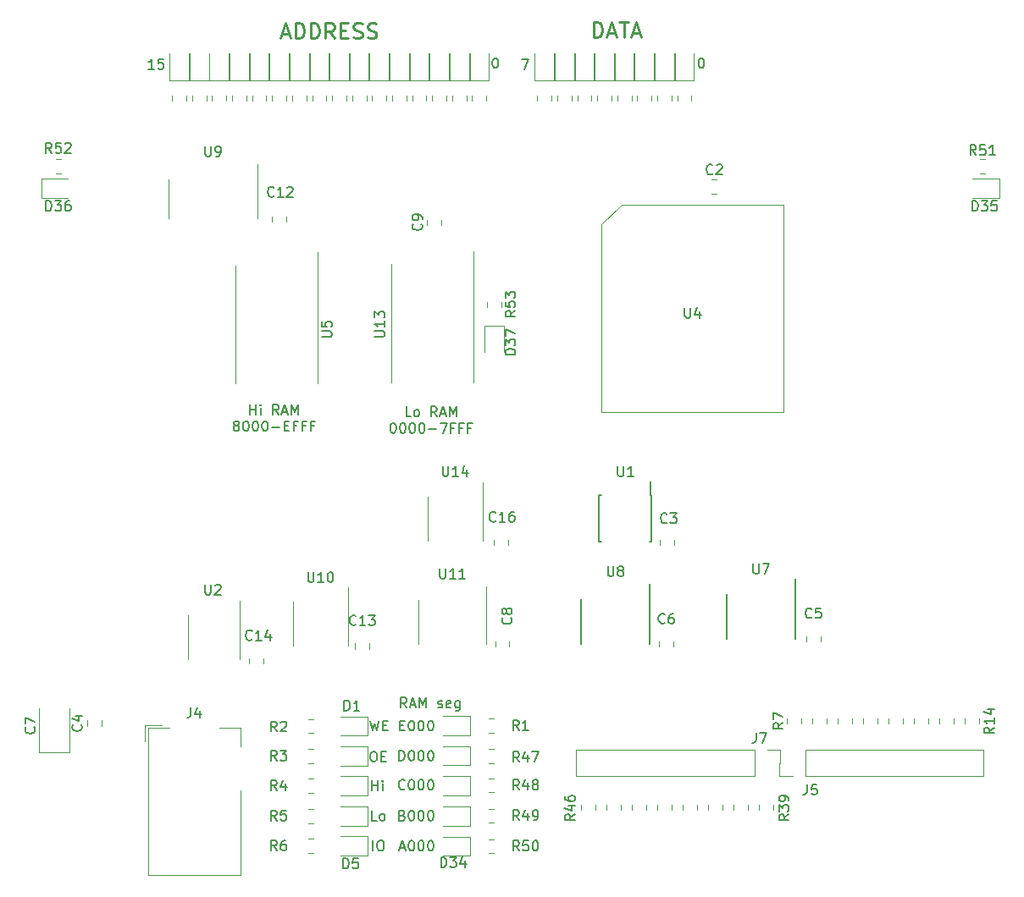
<source format=gbr>
G04 #@! TF.GenerationSoftware,KiCad,Pcbnew,(5.1.6-0-10_14)*
G04 #@! TF.CreationDate,2020-12-19T15:41:51+01:00*
G04 #@! TF.ProjectId,io,696f2e6b-6963-4616-945f-706362585858,2*
G04 #@! TF.SameCoordinates,Original*
G04 #@! TF.FileFunction,Legend,Top*
G04 #@! TF.FilePolarity,Positive*
%FSLAX46Y46*%
G04 Gerber Fmt 4.6, Leading zero omitted, Abs format (unit mm)*
G04 Created by KiCad (PCBNEW (5.1.6-0-10_14)) date 2020-12-19 15:41:51*
%MOMM*%
%LPD*%
G01*
G04 APERTURE LIST*
%ADD10C,0.150000*%
%ADD11C,0.225000*%
%ADD12C,0.120000*%
G04 APERTURE END LIST*
D10*
X139242857Y-132952380D02*
X138909523Y-132476190D01*
X138671428Y-132952380D02*
X138671428Y-131952380D01*
X139052380Y-131952380D01*
X139147619Y-132000000D01*
X139195238Y-132047619D01*
X139242857Y-132142857D01*
X139242857Y-132285714D01*
X139195238Y-132380952D01*
X139147619Y-132428571D01*
X139052380Y-132476190D01*
X138671428Y-132476190D01*
X139623809Y-132666666D02*
X140100000Y-132666666D01*
X139528571Y-132952380D02*
X139861904Y-131952380D01*
X140195238Y-132952380D01*
X140528571Y-132952380D02*
X140528571Y-131952380D01*
X140861904Y-132666666D01*
X141195238Y-131952380D01*
X141195238Y-132952380D01*
X142385714Y-132904761D02*
X142480952Y-132952380D01*
X142671428Y-132952380D01*
X142766666Y-132904761D01*
X142814285Y-132809523D01*
X142814285Y-132761904D01*
X142766666Y-132666666D01*
X142671428Y-132619047D01*
X142528571Y-132619047D01*
X142433333Y-132571428D01*
X142385714Y-132476190D01*
X142385714Y-132428571D01*
X142433333Y-132333333D01*
X142528571Y-132285714D01*
X142671428Y-132285714D01*
X142766666Y-132333333D01*
X143623809Y-132904761D02*
X143528571Y-132952380D01*
X143338095Y-132952380D01*
X143242857Y-132904761D01*
X143195238Y-132809523D01*
X143195238Y-132428571D01*
X143242857Y-132333333D01*
X143338095Y-132285714D01*
X143528571Y-132285714D01*
X143623809Y-132333333D01*
X143671428Y-132428571D01*
X143671428Y-132523809D01*
X143195238Y-132619047D01*
X144528571Y-132285714D02*
X144528571Y-133095238D01*
X144480952Y-133190476D01*
X144433333Y-133238095D01*
X144338095Y-133285714D01*
X144195238Y-133285714D01*
X144100000Y-133238095D01*
X144528571Y-132904761D02*
X144433333Y-132952380D01*
X144242857Y-132952380D01*
X144147619Y-132904761D01*
X144100000Y-132857142D01*
X144052380Y-132761904D01*
X144052380Y-132476190D01*
X144100000Y-132380952D01*
X144147619Y-132333333D01*
X144242857Y-132285714D01*
X144433333Y-132285714D01*
X144528571Y-132333333D01*
X123595238Y-103627380D02*
X123595238Y-102627380D01*
X123595238Y-103103571D02*
X124166666Y-103103571D01*
X124166666Y-103627380D02*
X124166666Y-102627380D01*
X124642857Y-103627380D02*
X124642857Y-102960714D01*
X124642857Y-102627380D02*
X124595238Y-102675000D01*
X124642857Y-102722619D01*
X124690476Y-102675000D01*
X124642857Y-102627380D01*
X124642857Y-102722619D01*
X126452380Y-103627380D02*
X126119047Y-103151190D01*
X125880952Y-103627380D02*
X125880952Y-102627380D01*
X126261904Y-102627380D01*
X126357142Y-102675000D01*
X126404761Y-102722619D01*
X126452380Y-102817857D01*
X126452380Y-102960714D01*
X126404761Y-103055952D01*
X126357142Y-103103571D01*
X126261904Y-103151190D01*
X125880952Y-103151190D01*
X126833333Y-103341666D02*
X127309523Y-103341666D01*
X126738095Y-103627380D02*
X127071428Y-102627380D01*
X127404761Y-103627380D01*
X127738095Y-103627380D02*
X127738095Y-102627380D01*
X128071428Y-103341666D01*
X128404761Y-102627380D01*
X128404761Y-103627380D01*
X122119047Y-104705952D02*
X122023809Y-104658333D01*
X121976190Y-104610714D01*
X121928571Y-104515476D01*
X121928571Y-104467857D01*
X121976190Y-104372619D01*
X122023809Y-104325000D01*
X122119047Y-104277380D01*
X122309523Y-104277380D01*
X122404761Y-104325000D01*
X122452380Y-104372619D01*
X122500000Y-104467857D01*
X122500000Y-104515476D01*
X122452380Y-104610714D01*
X122404761Y-104658333D01*
X122309523Y-104705952D01*
X122119047Y-104705952D01*
X122023809Y-104753571D01*
X121976190Y-104801190D01*
X121928571Y-104896428D01*
X121928571Y-105086904D01*
X121976190Y-105182142D01*
X122023809Y-105229761D01*
X122119047Y-105277380D01*
X122309523Y-105277380D01*
X122404761Y-105229761D01*
X122452380Y-105182142D01*
X122500000Y-105086904D01*
X122500000Y-104896428D01*
X122452380Y-104801190D01*
X122404761Y-104753571D01*
X122309523Y-104705952D01*
X123119047Y-104277380D02*
X123214285Y-104277380D01*
X123309523Y-104325000D01*
X123357142Y-104372619D01*
X123404761Y-104467857D01*
X123452380Y-104658333D01*
X123452380Y-104896428D01*
X123404761Y-105086904D01*
X123357142Y-105182142D01*
X123309523Y-105229761D01*
X123214285Y-105277380D01*
X123119047Y-105277380D01*
X123023809Y-105229761D01*
X122976190Y-105182142D01*
X122928571Y-105086904D01*
X122880952Y-104896428D01*
X122880952Y-104658333D01*
X122928571Y-104467857D01*
X122976190Y-104372619D01*
X123023809Y-104325000D01*
X123119047Y-104277380D01*
X124071428Y-104277380D02*
X124166666Y-104277380D01*
X124261904Y-104325000D01*
X124309523Y-104372619D01*
X124357142Y-104467857D01*
X124404761Y-104658333D01*
X124404761Y-104896428D01*
X124357142Y-105086904D01*
X124309523Y-105182142D01*
X124261904Y-105229761D01*
X124166666Y-105277380D01*
X124071428Y-105277380D01*
X123976190Y-105229761D01*
X123928571Y-105182142D01*
X123880952Y-105086904D01*
X123833333Y-104896428D01*
X123833333Y-104658333D01*
X123880952Y-104467857D01*
X123928571Y-104372619D01*
X123976190Y-104325000D01*
X124071428Y-104277380D01*
X125023809Y-104277380D02*
X125119047Y-104277380D01*
X125214285Y-104325000D01*
X125261904Y-104372619D01*
X125309523Y-104467857D01*
X125357142Y-104658333D01*
X125357142Y-104896428D01*
X125309523Y-105086904D01*
X125261904Y-105182142D01*
X125214285Y-105229761D01*
X125119047Y-105277380D01*
X125023809Y-105277380D01*
X124928571Y-105229761D01*
X124880952Y-105182142D01*
X124833333Y-105086904D01*
X124785714Y-104896428D01*
X124785714Y-104658333D01*
X124833333Y-104467857D01*
X124880952Y-104372619D01*
X124928571Y-104325000D01*
X125023809Y-104277380D01*
X125785714Y-104896428D02*
X126547619Y-104896428D01*
X127023809Y-104753571D02*
X127357142Y-104753571D01*
X127500000Y-105277380D02*
X127023809Y-105277380D01*
X127023809Y-104277380D01*
X127500000Y-104277380D01*
X128261904Y-104753571D02*
X127928571Y-104753571D01*
X127928571Y-105277380D02*
X127928571Y-104277380D01*
X128404761Y-104277380D01*
X129119047Y-104753571D02*
X128785714Y-104753571D01*
X128785714Y-105277380D02*
X128785714Y-104277380D01*
X129261904Y-104277380D01*
X129976190Y-104753571D02*
X129642857Y-104753571D01*
X129642857Y-105277380D02*
X129642857Y-104277380D01*
X130119047Y-104277380D01*
X139676190Y-103827380D02*
X139200000Y-103827380D01*
X139200000Y-102827380D01*
X140152380Y-103827380D02*
X140057142Y-103779761D01*
X140009523Y-103732142D01*
X139961904Y-103636904D01*
X139961904Y-103351190D01*
X140009523Y-103255952D01*
X140057142Y-103208333D01*
X140152380Y-103160714D01*
X140295238Y-103160714D01*
X140390476Y-103208333D01*
X140438095Y-103255952D01*
X140485714Y-103351190D01*
X140485714Y-103636904D01*
X140438095Y-103732142D01*
X140390476Y-103779761D01*
X140295238Y-103827380D01*
X140152380Y-103827380D01*
X142247619Y-103827380D02*
X141914285Y-103351190D01*
X141676190Y-103827380D02*
X141676190Y-102827380D01*
X142057142Y-102827380D01*
X142152380Y-102875000D01*
X142200000Y-102922619D01*
X142247619Y-103017857D01*
X142247619Y-103160714D01*
X142200000Y-103255952D01*
X142152380Y-103303571D01*
X142057142Y-103351190D01*
X141676190Y-103351190D01*
X142628571Y-103541666D02*
X143104761Y-103541666D01*
X142533333Y-103827380D02*
X142866666Y-102827380D01*
X143200000Y-103827380D01*
X143533333Y-103827380D02*
X143533333Y-102827380D01*
X143866666Y-103541666D01*
X144200000Y-102827380D01*
X144200000Y-103827380D01*
X137842857Y-104477380D02*
X137938095Y-104477380D01*
X138033333Y-104525000D01*
X138080952Y-104572619D01*
X138128571Y-104667857D01*
X138176190Y-104858333D01*
X138176190Y-105096428D01*
X138128571Y-105286904D01*
X138080952Y-105382142D01*
X138033333Y-105429761D01*
X137938095Y-105477380D01*
X137842857Y-105477380D01*
X137747619Y-105429761D01*
X137700000Y-105382142D01*
X137652380Y-105286904D01*
X137604761Y-105096428D01*
X137604761Y-104858333D01*
X137652380Y-104667857D01*
X137700000Y-104572619D01*
X137747619Y-104525000D01*
X137842857Y-104477380D01*
X138795238Y-104477380D02*
X138890476Y-104477380D01*
X138985714Y-104525000D01*
X139033333Y-104572619D01*
X139080952Y-104667857D01*
X139128571Y-104858333D01*
X139128571Y-105096428D01*
X139080952Y-105286904D01*
X139033333Y-105382142D01*
X138985714Y-105429761D01*
X138890476Y-105477380D01*
X138795238Y-105477380D01*
X138700000Y-105429761D01*
X138652380Y-105382142D01*
X138604761Y-105286904D01*
X138557142Y-105096428D01*
X138557142Y-104858333D01*
X138604761Y-104667857D01*
X138652380Y-104572619D01*
X138700000Y-104525000D01*
X138795238Y-104477380D01*
X139747619Y-104477380D02*
X139842857Y-104477380D01*
X139938095Y-104525000D01*
X139985714Y-104572619D01*
X140033333Y-104667857D01*
X140080952Y-104858333D01*
X140080952Y-105096428D01*
X140033333Y-105286904D01*
X139985714Y-105382142D01*
X139938095Y-105429761D01*
X139842857Y-105477380D01*
X139747619Y-105477380D01*
X139652380Y-105429761D01*
X139604761Y-105382142D01*
X139557142Y-105286904D01*
X139509523Y-105096428D01*
X139509523Y-104858333D01*
X139557142Y-104667857D01*
X139604761Y-104572619D01*
X139652380Y-104525000D01*
X139747619Y-104477380D01*
X140700000Y-104477380D02*
X140795238Y-104477380D01*
X140890476Y-104525000D01*
X140938095Y-104572619D01*
X140985714Y-104667857D01*
X141033333Y-104858333D01*
X141033333Y-105096428D01*
X140985714Y-105286904D01*
X140938095Y-105382142D01*
X140890476Y-105429761D01*
X140795238Y-105477380D01*
X140700000Y-105477380D01*
X140604761Y-105429761D01*
X140557142Y-105382142D01*
X140509523Y-105286904D01*
X140461904Y-105096428D01*
X140461904Y-104858333D01*
X140509523Y-104667857D01*
X140557142Y-104572619D01*
X140604761Y-104525000D01*
X140700000Y-104477380D01*
X141461904Y-105096428D02*
X142223809Y-105096428D01*
X142604761Y-104477380D02*
X143271428Y-104477380D01*
X142842857Y-105477380D01*
X143985714Y-104953571D02*
X143652380Y-104953571D01*
X143652380Y-105477380D02*
X143652380Y-104477380D01*
X144128571Y-104477380D01*
X144842857Y-104953571D02*
X144509523Y-104953571D01*
X144509523Y-105477380D02*
X144509523Y-104477380D01*
X144985714Y-104477380D01*
X145700000Y-104953571D02*
X145366666Y-104953571D01*
X145366666Y-105477380D02*
X145366666Y-104477380D01*
X145842857Y-104477380D01*
X138578690Y-146966666D02*
X139054880Y-146966666D01*
X138483452Y-147252380D02*
X138816785Y-146252380D01*
X139150119Y-147252380D01*
X139673928Y-146252380D02*
X139769166Y-146252380D01*
X139864404Y-146300000D01*
X139912023Y-146347619D01*
X139959642Y-146442857D01*
X140007261Y-146633333D01*
X140007261Y-146871428D01*
X139959642Y-147061904D01*
X139912023Y-147157142D01*
X139864404Y-147204761D01*
X139769166Y-147252380D01*
X139673928Y-147252380D01*
X139578690Y-147204761D01*
X139531071Y-147157142D01*
X139483452Y-147061904D01*
X139435833Y-146871428D01*
X139435833Y-146633333D01*
X139483452Y-146442857D01*
X139531071Y-146347619D01*
X139578690Y-146300000D01*
X139673928Y-146252380D01*
X140626309Y-146252380D02*
X140721547Y-146252380D01*
X140816785Y-146300000D01*
X140864404Y-146347619D01*
X140912023Y-146442857D01*
X140959642Y-146633333D01*
X140959642Y-146871428D01*
X140912023Y-147061904D01*
X140864404Y-147157142D01*
X140816785Y-147204761D01*
X140721547Y-147252380D01*
X140626309Y-147252380D01*
X140531071Y-147204761D01*
X140483452Y-147157142D01*
X140435833Y-147061904D01*
X140388214Y-146871428D01*
X140388214Y-146633333D01*
X140435833Y-146442857D01*
X140483452Y-146347619D01*
X140531071Y-146300000D01*
X140626309Y-146252380D01*
X141578690Y-146252380D02*
X141673928Y-146252380D01*
X141769166Y-146300000D01*
X141816785Y-146347619D01*
X141864404Y-146442857D01*
X141912023Y-146633333D01*
X141912023Y-146871428D01*
X141864404Y-147061904D01*
X141816785Y-147157142D01*
X141769166Y-147204761D01*
X141673928Y-147252380D01*
X141578690Y-147252380D01*
X141483452Y-147204761D01*
X141435833Y-147157142D01*
X141388214Y-147061904D01*
X141340595Y-146871428D01*
X141340595Y-146633333D01*
X141388214Y-146442857D01*
X141435833Y-146347619D01*
X141483452Y-146300000D01*
X141578690Y-146252380D01*
X138816785Y-143728571D02*
X138959642Y-143776190D01*
X139007261Y-143823809D01*
X139054880Y-143919047D01*
X139054880Y-144061904D01*
X139007261Y-144157142D01*
X138959642Y-144204761D01*
X138864404Y-144252380D01*
X138483452Y-144252380D01*
X138483452Y-143252380D01*
X138816785Y-143252380D01*
X138912023Y-143300000D01*
X138959642Y-143347619D01*
X139007261Y-143442857D01*
X139007261Y-143538095D01*
X138959642Y-143633333D01*
X138912023Y-143680952D01*
X138816785Y-143728571D01*
X138483452Y-143728571D01*
X139673928Y-143252380D02*
X139769166Y-143252380D01*
X139864404Y-143300000D01*
X139912023Y-143347619D01*
X139959642Y-143442857D01*
X140007261Y-143633333D01*
X140007261Y-143871428D01*
X139959642Y-144061904D01*
X139912023Y-144157142D01*
X139864404Y-144204761D01*
X139769166Y-144252380D01*
X139673928Y-144252380D01*
X139578690Y-144204761D01*
X139531071Y-144157142D01*
X139483452Y-144061904D01*
X139435833Y-143871428D01*
X139435833Y-143633333D01*
X139483452Y-143442857D01*
X139531071Y-143347619D01*
X139578690Y-143300000D01*
X139673928Y-143252380D01*
X140626309Y-143252380D02*
X140721547Y-143252380D01*
X140816785Y-143300000D01*
X140864404Y-143347619D01*
X140912023Y-143442857D01*
X140959642Y-143633333D01*
X140959642Y-143871428D01*
X140912023Y-144061904D01*
X140864404Y-144157142D01*
X140816785Y-144204761D01*
X140721547Y-144252380D01*
X140626309Y-144252380D01*
X140531071Y-144204761D01*
X140483452Y-144157142D01*
X140435833Y-144061904D01*
X140388214Y-143871428D01*
X140388214Y-143633333D01*
X140435833Y-143442857D01*
X140483452Y-143347619D01*
X140531071Y-143300000D01*
X140626309Y-143252380D01*
X141578690Y-143252380D02*
X141673928Y-143252380D01*
X141769166Y-143300000D01*
X141816785Y-143347619D01*
X141864404Y-143442857D01*
X141912023Y-143633333D01*
X141912023Y-143871428D01*
X141864404Y-144061904D01*
X141816785Y-144157142D01*
X141769166Y-144204761D01*
X141673928Y-144252380D01*
X141578690Y-144252380D01*
X141483452Y-144204761D01*
X141435833Y-144157142D01*
X141388214Y-144061904D01*
X141340595Y-143871428D01*
X141340595Y-143633333D01*
X141388214Y-143442857D01*
X141435833Y-143347619D01*
X141483452Y-143300000D01*
X141578690Y-143252380D01*
X139054880Y-141057142D02*
X139007261Y-141104761D01*
X138864404Y-141152380D01*
X138769166Y-141152380D01*
X138626309Y-141104761D01*
X138531071Y-141009523D01*
X138483452Y-140914285D01*
X138435833Y-140723809D01*
X138435833Y-140580952D01*
X138483452Y-140390476D01*
X138531071Y-140295238D01*
X138626309Y-140200000D01*
X138769166Y-140152380D01*
X138864404Y-140152380D01*
X139007261Y-140200000D01*
X139054880Y-140247619D01*
X139673928Y-140152380D02*
X139769166Y-140152380D01*
X139864404Y-140200000D01*
X139912023Y-140247619D01*
X139959642Y-140342857D01*
X140007261Y-140533333D01*
X140007261Y-140771428D01*
X139959642Y-140961904D01*
X139912023Y-141057142D01*
X139864404Y-141104761D01*
X139769166Y-141152380D01*
X139673928Y-141152380D01*
X139578690Y-141104761D01*
X139531071Y-141057142D01*
X139483452Y-140961904D01*
X139435833Y-140771428D01*
X139435833Y-140533333D01*
X139483452Y-140342857D01*
X139531071Y-140247619D01*
X139578690Y-140200000D01*
X139673928Y-140152380D01*
X140626309Y-140152380D02*
X140721547Y-140152380D01*
X140816785Y-140200000D01*
X140864404Y-140247619D01*
X140912023Y-140342857D01*
X140959642Y-140533333D01*
X140959642Y-140771428D01*
X140912023Y-140961904D01*
X140864404Y-141057142D01*
X140816785Y-141104761D01*
X140721547Y-141152380D01*
X140626309Y-141152380D01*
X140531071Y-141104761D01*
X140483452Y-141057142D01*
X140435833Y-140961904D01*
X140388214Y-140771428D01*
X140388214Y-140533333D01*
X140435833Y-140342857D01*
X140483452Y-140247619D01*
X140531071Y-140200000D01*
X140626309Y-140152380D01*
X141578690Y-140152380D02*
X141673928Y-140152380D01*
X141769166Y-140200000D01*
X141816785Y-140247619D01*
X141864404Y-140342857D01*
X141912023Y-140533333D01*
X141912023Y-140771428D01*
X141864404Y-140961904D01*
X141816785Y-141057142D01*
X141769166Y-141104761D01*
X141673928Y-141152380D01*
X141578690Y-141152380D01*
X141483452Y-141104761D01*
X141435833Y-141057142D01*
X141388214Y-140961904D01*
X141340595Y-140771428D01*
X141340595Y-140533333D01*
X141388214Y-140342857D01*
X141435833Y-140247619D01*
X141483452Y-140200000D01*
X141578690Y-140152380D01*
X138483452Y-138252380D02*
X138483452Y-137252380D01*
X138721547Y-137252380D01*
X138864404Y-137300000D01*
X138959642Y-137395238D01*
X139007261Y-137490476D01*
X139054880Y-137680952D01*
X139054880Y-137823809D01*
X139007261Y-138014285D01*
X138959642Y-138109523D01*
X138864404Y-138204761D01*
X138721547Y-138252380D01*
X138483452Y-138252380D01*
X139673928Y-137252380D02*
X139769166Y-137252380D01*
X139864404Y-137300000D01*
X139912023Y-137347619D01*
X139959642Y-137442857D01*
X140007261Y-137633333D01*
X140007261Y-137871428D01*
X139959642Y-138061904D01*
X139912023Y-138157142D01*
X139864404Y-138204761D01*
X139769166Y-138252380D01*
X139673928Y-138252380D01*
X139578690Y-138204761D01*
X139531071Y-138157142D01*
X139483452Y-138061904D01*
X139435833Y-137871428D01*
X139435833Y-137633333D01*
X139483452Y-137442857D01*
X139531071Y-137347619D01*
X139578690Y-137300000D01*
X139673928Y-137252380D01*
X140626309Y-137252380D02*
X140721547Y-137252380D01*
X140816785Y-137300000D01*
X140864404Y-137347619D01*
X140912023Y-137442857D01*
X140959642Y-137633333D01*
X140959642Y-137871428D01*
X140912023Y-138061904D01*
X140864404Y-138157142D01*
X140816785Y-138204761D01*
X140721547Y-138252380D01*
X140626309Y-138252380D01*
X140531071Y-138204761D01*
X140483452Y-138157142D01*
X140435833Y-138061904D01*
X140388214Y-137871428D01*
X140388214Y-137633333D01*
X140435833Y-137442857D01*
X140483452Y-137347619D01*
X140531071Y-137300000D01*
X140626309Y-137252380D01*
X141578690Y-137252380D02*
X141673928Y-137252380D01*
X141769166Y-137300000D01*
X141816785Y-137347619D01*
X141864404Y-137442857D01*
X141912023Y-137633333D01*
X141912023Y-137871428D01*
X141864404Y-138061904D01*
X141816785Y-138157142D01*
X141769166Y-138204761D01*
X141673928Y-138252380D01*
X141578690Y-138252380D01*
X141483452Y-138204761D01*
X141435833Y-138157142D01*
X141388214Y-138061904D01*
X141340595Y-137871428D01*
X141340595Y-137633333D01*
X141388214Y-137442857D01*
X141435833Y-137347619D01*
X141483452Y-137300000D01*
X141578690Y-137252380D01*
X138578690Y-134728571D02*
X138912023Y-134728571D01*
X139054880Y-135252380D02*
X138578690Y-135252380D01*
X138578690Y-134252380D01*
X139054880Y-134252380D01*
X139673928Y-134252380D02*
X139769166Y-134252380D01*
X139864404Y-134300000D01*
X139912023Y-134347619D01*
X139959642Y-134442857D01*
X140007261Y-134633333D01*
X140007261Y-134871428D01*
X139959642Y-135061904D01*
X139912023Y-135157142D01*
X139864404Y-135204761D01*
X139769166Y-135252380D01*
X139673928Y-135252380D01*
X139578690Y-135204761D01*
X139531071Y-135157142D01*
X139483452Y-135061904D01*
X139435833Y-134871428D01*
X139435833Y-134633333D01*
X139483452Y-134442857D01*
X139531071Y-134347619D01*
X139578690Y-134300000D01*
X139673928Y-134252380D01*
X140626309Y-134252380D02*
X140721547Y-134252380D01*
X140816785Y-134300000D01*
X140864404Y-134347619D01*
X140912023Y-134442857D01*
X140959642Y-134633333D01*
X140959642Y-134871428D01*
X140912023Y-135061904D01*
X140864404Y-135157142D01*
X140816785Y-135204761D01*
X140721547Y-135252380D01*
X140626309Y-135252380D01*
X140531071Y-135204761D01*
X140483452Y-135157142D01*
X140435833Y-135061904D01*
X140388214Y-134871428D01*
X140388214Y-134633333D01*
X140435833Y-134442857D01*
X140483452Y-134347619D01*
X140531071Y-134300000D01*
X140626309Y-134252380D01*
X141578690Y-134252380D02*
X141673928Y-134252380D01*
X141769166Y-134300000D01*
X141816785Y-134347619D01*
X141864404Y-134442857D01*
X141912023Y-134633333D01*
X141912023Y-134871428D01*
X141864404Y-135061904D01*
X141816785Y-135157142D01*
X141769166Y-135204761D01*
X141673928Y-135252380D01*
X141578690Y-135252380D01*
X141483452Y-135204761D01*
X141435833Y-135157142D01*
X141388214Y-135061904D01*
X141340595Y-134871428D01*
X141340595Y-134633333D01*
X141388214Y-134442857D01*
X141435833Y-134347619D01*
X141483452Y-134300000D01*
X141578690Y-134252380D01*
X135876190Y-147252380D02*
X135876190Y-146252380D01*
X136542857Y-146252380D02*
X136733333Y-146252380D01*
X136828571Y-146300000D01*
X136923809Y-146395238D01*
X136971428Y-146585714D01*
X136971428Y-146919047D01*
X136923809Y-147109523D01*
X136828571Y-147204761D01*
X136733333Y-147252380D01*
X136542857Y-147252380D01*
X136447619Y-147204761D01*
X136352380Y-147109523D01*
X136304761Y-146919047D01*
X136304761Y-146585714D01*
X136352380Y-146395238D01*
X136447619Y-146300000D01*
X136542857Y-146252380D01*
X136257142Y-144252380D02*
X135780952Y-144252380D01*
X135780952Y-143252380D01*
X136733333Y-144252380D02*
X136638095Y-144204761D01*
X136590476Y-144157142D01*
X136542857Y-144061904D01*
X136542857Y-143776190D01*
X136590476Y-143680952D01*
X136638095Y-143633333D01*
X136733333Y-143585714D01*
X136876190Y-143585714D01*
X136971428Y-143633333D01*
X137019047Y-143680952D01*
X137066666Y-143776190D01*
X137066666Y-144061904D01*
X137019047Y-144157142D01*
X136971428Y-144204761D01*
X136876190Y-144252380D01*
X136733333Y-144252380D01*
X135776190Y-141252380D02*
X135776190Y-140252380D01*
X135776190Y-140728571D02*
X136347619Y-140728571D01*
X136347619Y-141252380D02*
X136347619Y-140252380D01*
X136823809Y-141252380D02*
X136823809Y-140585714D01*
X136823809Y-140252380D02*
X136776190Y-140300000D01*
X136823809Y-140347619D01*
X136871428Y-140300000D01*
X136823809Y-140252380D01*
X136823809Y-140347619D01*
X135852380Y-137352380D02*
X136042857Y-137352380D01*
X136138095Y-137400000D01*
X136233333Y-137495238D01*
X136280952Y-137685714D01*
X136280952Y-138019047D01*
X136233333Y-138209523D01*
X136138095Y-138304761D01*
X136042857Y-138352380D01*
X135852380Y-138352380D01*
X135757142Y-138304761D01*
X135661904Y-138209523D01*
X135614285Y-138019047D01*
X135614285Y-137685714D01*
X135661904Y-137495238D01*
X135757142Y-137400000D01*
X135852380Y-137352380D01*
X136709523Y-137828571D02*
X137042857Y-137828571D01*
X137185714Y-138352380D02*
X136709523Y-138352380D01*
X136709523Y-137352380D01*
X137185714Y-137352380D01*
X135619047Y-134252380D02*
X135857142Y-135252380D01*
X136047619Y-134538095D01*
X136238095Y-135252380D01*
X136476190Y-134252380D01*
X136857142Y-134728571D02*
X137190476Y-134728571D01*
X137333333Y-135252380D02*
X136857142Y-135252380D01*
X136857142Y-134252380D01*
X137333333Y-134252380D01*
X168652380Y-67952380D02*
X168747619Y-67952380D01*
X168842857Y-68000000D01*
X168890476Y-68047619D01*
X168938095Y-68142857D01*
X168985714Y-68333333D01*
X168985714Y-68571428D01*
X168938095Y-68761904D01*
X168890476Y-68857142D01*
X168842857Y-68904761D01*
X168747619Y-68952380D01*
X168652380Y-68952380D01*
X168557142Y-68904761D01*
X168509523Y-68857142D01*
X168461904Y-68761904D01*
X168414285Y-68571428D01*
X168414285Y-68333333D01*
X168461904Y-68142857D01*
X168509523Y-68047619D01*
X168557142Y-68000000D01*
X168652380Y-67952380D01*
X150766666Y-68052380D02*
X151433333Y-68052380D01*
X151004761Y-69052380D01*
X148052380Y-67952380D02*
X148147619Y-67952380D01*
X148242857Y-68000000D01*
X148290476Y-68047619D01*
X148338095Y-68142857D01*
X148385714Y-68333333D01*
X148385714Y-68571428D01*
X148338095Y-68761904D01*
X148290476Y-68857142D01*
X148242857Y-68904761D01*
X148147619Y-68952380D01*
X148052380Y-68952380D01*
X147957142Y-68904761D01*
X147909523Y-68857142D01*
X147861904Y-68761904D01*
X147814285Y-68571428D01*
X147814285Y-68333333D01*
X147861904Y-68142857D01*
X147909523Y-68047619D01*
X147957142Y-68000000D01*
X148052380Y-67952380D01*
X114009523Y-69052380D02*
X113438095Y-69052380D01*
X113723809Y-69052380D02*
X113723809Y-68052380D01*
X113628571Y-68195238D01*
X113533333Y-68290476D01*
X113438095Y-68338095D01*
X114914285Y-68052380D02*
X114438095Y-68052380D01*
X114390476Y-68528571D01*
X114438095Y-68480952D01*
X114533333Y-68433333D01*
X114771428Y-68433333D01*
X114866666Y-68480952D01*
X114914285Y-68528571D01*
X114961904Y-68623809D01*
X114961904Y-68861904D01*
X114914285Y-68957142D01*
X114866666Y-69004761D01*
X114771428Y-69052380D01*
X114533333Y-69052380D01*
X114438095Y-69004761D01*
X114390476Y-68957142D01*
D11*
X157950000Y-65878571D02*
X157950000Y-64378571D01*
X158307142Y-64378571D01*
X158521428Y-64450000D01*
X158664285Y-64592857D01*
X158735714Y-64735714D01*
X158807142Y-65021428D01*
X158807142Y-65235714D01*
X158735714Y-65521428D01*
X158664285Y-65664285D01*
X158521428Y-65807142D01*
X158307142Y-65878571D01*
X157950000Y-65878571D01*
X159378571Y-65450000D02*
X160092857Y-65450000D01*
X159235714Y-65878571D02*
X159735714Y-64378571D01*
X160235714Y-65878571D01*
X160521428Y-64378571D02*
X161378571Y-64378571D01*
X160950000Y-65878571D02*
X160950000Y-64378571D01*
X161807142Y-65450000D02*
X162521428Y-65450000D01*
X161664285Y-65878571D02*
X162164285Y-64378571D01*
X162664285Y-65878571D01*
X126785714Y-65550000D02*
X127500000Y-65550000D01*
X126642857Y-65978571D02*
X127142857Y-64478571D01*
X127642857Y-65978571D01*
X128142857Y-65978571D02*
X128142857Y-64478571D01*
X128500000Y-64478571D01*
X128714285Y-64550000D01*
X128857142Y-64692857D01*
X128928571Y-64835714D01*
X129000000Y-65121428D01*
X129000000Y-65335714D01*
X128928571Y-65621428D01*
X128857142Y-65764285D01*
X128714285Y-65907142D01*
X128500000Y-65978571D01*
X128142857Y-65978571D01*
X129642857Y-65978571D02*
X129642857Y-64478571D01*
X130000000Y-64478571D01*
X130214285Y-64550000D01*
X130357142Y-64692857D01*
X130428571Y-64835714D01*
X130500000Y-65121428D01*
X130500000Y-65335714D01*
X130428571Y-65621428D01*
X130357142Y-65764285D01*
X130214285Y-65907142D01*
X130000000Y-65978571D01*
X129642857Y-65978571D01*
X132000000Y-65978571D02*
X131500000Y-65264285D01*
X131142857Y-65978571D02*
X131142857Y-64478571D01*
X131714285Y-64478571D01*
X131857142Y-64550000D01*
X131928571Y-64621428D01*
X132000000Y-64764285D01*
X132000000Y-64978571D01*
X131928571Y-65121428D01*
X131857142Y-65192857D01*
X131714285Y-65264285D01*
X131142857Y-65264285D01*
X132642857Y-65192857D02*
X133142857Y-65192857D01*
X133357142Y-65978571D02*
X132642857Y-65978571D01*
X132642857Y-64478571D01*
X133357142Y-64478571D01*
X133928571Y-65907142D02*
X134142857Y-65978571D01*
X134500000Y-65978571D01*
X134642857Y-65907142D01*
X134714285Y-65835714D01*
X134785714Y-65692857D01*
X134785714Y-65550000D01*
X134714285Y-65407142D01*
X134642857Y-65335714D01*
X134500000Y-65264285D01*
X134214285Y-65192857D01*
X134071428Y-65121428D01*
X134000000Y-65050000D01*
X133928571Y-64907142D01*
X133928571Y-64764285D01*
X134000000Y-64621428D01*
X134071428Y-64550000D01*
X134214285Y-64478571D01*
X134571428Y-64478571D01*
X134785714Y-64550000D01*
X135357142Y-65907142D02*
X135571428Y-65978571D01*
X135928571Y-65978571D01*
X136071428Y-65907142D01*
X136142857Y-65835714D01*
X136214285Y-65692857D01*
X136214285Y-65550000D01*
X136142857Y-65407142D01*
X136071428Y-65335714D01*
X135928571Y-65264285D01*
X135642857Y-65192857D01*
X135500000Y-65121428D01*
X135428571Y-65050000D01*
X135357142Y-64907142D01*
X135357142Y-64764285D01*
X135428571Y-64621428D01*
X135500000Y-64550000D01*
X135642857Y-64478571D01*
X136000000Y-64478571D01*
X136214285Y-64550000D01*
D10*
X156650000Y-122125000D02*
X156650000Y-126575000D01*
X163550000Y-120600000D02*
X163550000Y-126575000D01*
D12*
X146810000Y-114026000D02*
X146810000Y-110426000D01*
X146810000Y-114026000D02*
X146810000Y-116226000D01*
X141340000Y-114026000D02*
X141340000Y-111826000D01*
X141340000Y-114026000D02*
X141340000Y-116226000D01*
X122588000Y-125886000D02*
X122588000Y-122286000D01*
X122588000Y-125886000D02*
X122588000Y-128086000D01*
X117368000Y-125886000D02*
X117368000Y-123686000D01*
X117368000Y-125886000D02*
X117368000Y-128086000D01*
X176590000Y-137170000D02*
X176590000Y-138500000D01*
X175260000Y-137170000D02*
X176590000Y-137170000D01*
X173990000Y-137170000D02*
X173990000Y-139830000D01*
X173990000Y-139830000D02*
X156150000Y-139830000D01*
X173990000Y-137170000D02*
X156150000Y-137170000D01*
X156150000Y-137170000D02*
X156150000Y-139830000D01*
X176470000Y-139830000D02*
X176470000Y-138500000D01*
X177800000Y-139830000D02*
X176470000Y-139830000D01*
X179070000Y-139830000D02*
X179070000Y-137170000D01*
X179070000Y-137170000D02*
X196910000Y-137170000D01*
X179070000Y-139830000D02*
X196910000Y-139830000D01*
X196910000Y-139830000D02*
X196910000Y-137170000D01*
X149357000Y-116697578D02*
X149357000Y-116180422D01*
X147937000Y-116697578D02*
X147937000Y-116180422D01*
X123459000Y-128557578D02*
X123459000Y-128040422D01*
X124879000Y-128557578D02*
X124879000Y-128040422D01*
X145910000Y-87295000D02*
X145910000Y-100400000D01*
X137690000Y-88600000D02*
X137690000Y-100400000D01*
X147185000Y-124400000D02*
X147185000Y-120800000D01*
X147185000Y-124400000D02*
X147185000Y-126600000D01*
X140415000Y-124400000D02*
X140415000Y-122200000D01*
X140415000Y-124400000D02*
X140415000Y-126600000D01*
X133352000Y-124511000D02*
X133352000Y-120911000D01*
X133352000Y-124511000D02*
X133352000Y-126711000D01*
X127882000Y-124511000D02*
X127882000Y-122311000D01*
X127882000Y-124511000D02*
X127882000Y-126711000D01*
X124306000Y-82020000D02*
X124306000Y-78570000D01*
X124306000Y-82020000D02*
X124306000Y-83970000D01*
X115436000Y-82020000D02*
X115436000Y-80070000D01*
X115436000Y-82020000D02*
X115436000Y-83970000D01*
X147290000Y-92341422D02*
X147290000Y-92858578D01*
X148710000Y-92341422D02*
X148710000Y-92858578D01*
X104658578Y-78090000D02*
X104141422Y-78090000D01*
X104658578Y-79510000D02*
X104141422Y-79510000D01*
X196541422Y-79510000D02*
X197058578Y-79510000D01*
X196541422Y-78090000D02*
X197058578Y-78090000D01*
X147959578Y-146102000D02*
X147442422Y-146102000D01*
X147959578Y-147522000D02*
X147442422Y-147522000D01*
X147959578Y-143054000D02*
X147442422Y-143054000D01*
X147959578Y-144474000D02*
X147442422Y-144474000D01*
X147959578Y-140006000D02*
X147442422Y-140006000D01*
X147959578Y-141426000D02*
X147442422Y-141426000D01*
X147959578Y-137085000D02*
X147442422Y-137085000D01*
X147959578Y-138505000D02*
X147442422Y-138505000D01*
X147959578Y-134037000D02*
X147442422Y-134037000D01*
X147959578Y-135457000D02*
X147442422Y-135457000D01*
X147040000Y-94715000D02*
X147040000Y-97400000D01*
X148960000Y-94715000D02*
X147040000Y-94715000D01*
X148960000Y-97400000D02*
X148960000Y-94715000D01*
X102715000Y-81960000D02*
X105400000Y-81960000D01*
X102715000Y-80040000D02*
X102715000Y-81960000D01*
X105400000Y-80040000D02*
X102715000Y-80040000D01*
X198485000Y-80040000D02*
X195800000Y-80040000D01*
X198485000Y-81960000D02*
X198485000Y-80040000D01*
X195800000Y-81960000D02*
X198485000Y-81960000D01*
X145576000Y-145852000D02*
X142891000Y-145852000D01*
X145576000Y-147772000D02*
X145576000Y-145852000D01*
X142891000Y-147772000D02*
X145576000Y-147772000D01*
X145576000Y-142835750D02*
X142891000Y-142835750D01*
X145576000Y-144755750D02*
X145576000Y-142835750D01*
X142891000Y-144755750D02*
X145576000Y-144755750D01*
X145576000Y-139819500D02*
X142891000Y-139819500D01*
X145576000Y-141739500D02*
X145576000Y-139819500D01*
X142891000Y-141739500D02*
X145576000Y-141739500D01*
X145576000Y-136803250D02*
X142891000Y-136803250D01*
X145576000Y-138723250D02*
X145576000Y-136803250D01*
X142891000Y-138723250D02*
X145576000Y-138723250D01*
X145576000Y-133787000D02*
X142891000Y-133787000D01*
X145576000Y-135707000D02*
X145576000Y-133787000D01*
X142891000Y-135707000D02*
X145576000Y-135707000D01*
X135510000Y-127055578D02*
X135510000Y-126538422D01*
X134090000Y-127055578D02*
X134090000Y-126538422D01*
X127185000Y-84310578D02*
X127185000Y-83793422D01*
X125765000Y-84310578D02*
X125765000Y-83793422D01*
X142710000Y-84658578D02*
X142710000Y-84141422D01*
X141290000Y-84658578D02*
X141290000Y-84141422D01*
X149510000Y-126858578D02*
X149510000Y-126341422D01*
X148090000Y-126858578D02*
X148090000Y-126341422D01*
X105510000Y-137385000D02*
X105510000Y-133000000D01*
X102490000Y-137385000D02*
X105510000Y-137385000D01*
X102490000Y-133000000D02*
X102490000Y-137385000D01*
X158700000Y-84600000D02*
X158700000Y-103400000D01*
X160700000Y-82600000D02*
X158700000Y-84600000D01*
X176900000Y-82600000D02*
X160700000Y-82600000D01*
X176900000Y-103400000D02*
X176900000Y-82600000D01*
X158700000Y-103400000D02*
X176900000Y-103400000D01*
X113400000Y-135000000D02*
X115500000Y-135000000D01*
X113100000Y-134700000D02*
X113100000Y-136300000D01*
X114800000Y-134700000D02*
X113100000Y-134700000D01*
X122600000Y-135000000D02*
X122600000Y-136800000D01*
X120500000Y-135000000D02*
X122600000Y-135000000D01*
X113400000Y-149700000D02*
X113400000Y-135000000D01*
X122600000Y-149700000D02*
X113400000Y-149700000D01*
X122600000Y-141200000D02*
X122600000Y-149700000D01*
X156690000Y-142678922D02*
X156690000Y-143196078D01*
X158110000Y-142678922D02*
X158110000Y-143196078D01*
X159232857Y-142678922D02*
X159232857Y-143196078D01*
X160652857Y-142678922D02*
X160652857Y-143196078D01*
X161775714Y-142678922D02*
X161775714Y-143196078D01*
X163195714Y-142678922D02*
X163195714Y-143196078D01*
X164318571Y-142678922D02*
X164318571Y-143196078D01*
X165738571Y-142678922D02*
X165738571Y-143196078D01*
X166861428Y-142678922D02*
X166861428Y-143196078D01*
X168281428Y-142678922D02*
X168281428Y-143196078D01*
X169404285Y-142678922D02*
X169404285Y-143196078D01*
X170824285Y-142678922D02*
X170824285Y-143196078D01*
X171947142Y-142678922D02*
X171947142Y-143196078D01*
X173367142Y-142678922D02*
X173367142Y-143196078D01*
X174490000Y-142678922D02*
X174490000Y-143196078D01*
X175910000Y-142678922D02*
X175910000Y-143196078D01*
X169741422Y-80090000D02*
X170258578Y-80090000D01*
X169741422Y-81510000D02*
X170258578Y-81510000D01*
X166003000Y-116714578D02*
X166003000Y-116197422D01*
X164583000Y-116714578D02*
X164583000Y-116197422D01*
X107290000Y-134758578D02*
X107290000Y-134241422D01*
X108710000Y-134758578D02*
X108710000Y-134241422D01*
X180610000Y-126296078D02*
X180610000Y-125778922D01*
X179190000Y-126296078D02*
X179190000Y-125778922D01*
X165910000Y-126858578D02*
X165910000Y-126341422D01*
X164490000Y-126858578D02*
X164490000Y-126341422D01*
X135315000Y-133827000D02*
X132630000Y-133827000D01*
X135315000Y-135747000D02*
X135315000Y-133827000D01*
X132630000Y-135747000D02*
X135315000Y-135747000D01*
X135315000Y-136827000D02*
X132630000Y-136827000D01*
X135315000Y-138747000D02*
X135315000Y-136827000D01*
X132630000Y-138747000D02*
X135315000Y-138747000D01*
X135315000Y-139827000D02*
X132630000Y-139827000D01*
X135315000Y-141747000D02*
X135315000Y-139827000D01*
X132630000Y-141747000D02*
X135315000Y-141747000D01*
X135315000Y-142827000D02*
X132630000Y-142827000D01*
X135315000Y-144747000D02*
X135315000Y-142827000D01*
X132630000Y-144747000D02*
X135315000Y-144747000D01*
X135315000Y-145827000D02*
X132630000Y-145827000D01*
X135315000Y-147747000D02*
X135315000Y-145827000D01*
X132630000Y-147747000D02*
X135315000Y-147747000D01*
X147460000Y-70185000D02*
X147460000Y-67500000D01*
X145540000Y-70185000D02*
X147460000Y-70185000D01*
X145540000Y-67500000D02*
X145540000Y-70185000D01*
X145460000Y-70185000D02*
X145460000Y-67500000D01*
X143540000Y-70185000D02*
X145460000Y-70185000D01*
X143540000Y-67500000D02*
X143540000Y-70185000D01*
X143460000Y-70185000D02*
X143460000Y-67500000D01*
X141540000Y-70185000D02*
X143460000Y-70185000D01*
X141540000Y-67500000D02*
X141540000Y-70185000D01*
X141460000Y-70185000D02*
X141460000Y-67500000D01*
X139540000Y-70185000D02*
X141460000Y-70185000D01*
X139540000Y-67500000D02*
X139540000Y-70185000D01*
X137540000Y-67500000D02*
X137540000Y-70185000D01*
X137540000Y-70185000D02*
X139460000Y-70185000D01*
X139460000Y-70185000D02*
X139460000Y-67500000D01*
X135540000Y-67500000D02*
X135540000Y-70185000D01*
X135540000Y-70185000D02*
X137460000Y-70185000D01*
X137460000Y-70185000D02*
X137460000Y-67500000D01*
X133540000Y-67500000D02*
X133540000Y-70185000D01*
X133540000Y-70185000D02*
X135460000Y-70185000D01*
X135460000Y-70185000D02*
X135460000Y-67500000D01*
X131540000Y-67500000D02*
X131540000Y-70185000D01*
X131540000Y-70185000D02*
X133460000Y-70185000D01*
X133460000Y-70185000D02*
X133460000Y-67500000D01*
X129540000Y-67500000D02*
X129540000Y-70185000D01*
X129540000Y-70185000D02*
X131460000Y-70185000D01*
X131460000Y-70185000D02*
X131460000Y-67500000D01*
X127540000Y-67500000D02*
X127540000Y-70185000D01*
X127540000Y-70185000D02*
X129460000Y-70185000D01*
X129460000Y-70185000D02*
X129460000Y-67500000D01*
X125540000Y-67500000D02*
X125540000Y-70185000D01*
X125540000Y-70185000D02*
X127460000Y-70185000D01*
X127460000Y-70185000D02*
X127460000Y-67500000D01*
X123540000Y-67500000D02*
X123540000Y-70185000D01*
X123540000Y-70185000D02*
X125460000Y-70185000D01*
X125460000Y-70185000D02*
X125460000Y-67500000D01*
X121540000Y-67500000D02*
X121540000Y-70185000D01*
X121540000Y-70185000D02*
X123460000Y-70185000D01*
X123460000Y-70185000D02*
X123460000Y-67500000D01*
X119540000Y-67500000D02*
X119540000Y-70185000D01*
X119540000Y-70185000D02*
X121460000Y-70185000D01*
X121460000Y-70185000D02*
X121460000Y-67500000D01*
X117540000Y-67500000D02*
X117540000Y-70185000D01*
X117540000Y-70185000D02*
X119460000Y-70185000D01*
X119460000Y-70185000D02*
X119460000Y-67500000D01*
X115540000Y-67500000D02*
X115540000Y-70185000D01*
X115540000Y-70185000D02*
X117460000Y-70185000D01*
X117460000Y-70185000D02*
X117460000Y-67500000D01*
X166040000Y-67500000D02*
X166040000Y-70185000D01*
X166040000Y-70185000D02*
X167960000Y-70185000D01*
X167960000Y-70185000D02*
X167960000Y-67500000D01*
X164040000Y-67500000D02*
X164040000Y-70185000D01*
X164040000Y-70185000D02*
X165960000Y-70185000D01*
X165960000Y-70185000D02*
X165960000Y-67500000D01*
X162040000Y-67500000D02*
X162040000Y-70185000D01*
X162040000Y-70185000D02*
X163960000Y-70185000D01*
X163960000Y-70185000D02*
X163960000Y-67500000D01*
X161960000Y-70185000D02*
X161960000Y-67500000D01*
X160040000Y-70185000D02*
X161960000Y-70185000D01*
X160040000Y-67500000D02*
X160040000Y-70185000D01*
X159960000Y-70185000D02*
X159960000Y-67500000D01*
X158040000Y-70185000D02*
X159960000Y-70185000D01*
X158040000Y-67500000D02*
X158040000Y-70185000D01*
X157960000Y-70185000D02*
X157960000Y-67500000D01*
X156040000Y-70185000D02*
X157960000Y-70185000D01*
X156040000Y-67500000D02*
X156040000Y-70185000D01*
X155960000Y-70185000D02*
X155960000Y-67500000D01*
X154040000Y-70185000D02*
X155960000Y-70185000D01*
X154040000Y-67500000D02*
X154040000Y-70185000D01*
X153960000Y-70185000D02*
X153960000Y-67500000D01*
X152040000Y-70185000D02*
X153960000Y-70185000D01*
X152040000Y-67500000D02*
X152040000Y-70185000D01*
X129371422Y-134077000D02*
X129888578Y-134077000D01*
X129371422Y-135497000D02*
X129888578Y-135497000D01*
X129371422Y-137077000D02*
X129888578Y-137077000D01*
X129371422Y-138497000D02*
X129888578Y-138497000D01*
X129371422Y-140077000D02*
X129888578Y-140077000D01*
X129371422Y-141497000D02*
X129888578Y-141497000D01*
X129371422Y-143077000D02*
X129888578Y-143077000D01*
X129371422Y-144497000D02*
X129888578Y-144497000D01*
X129371422Y-146077000D02*
X129888578Y-146077000D01*
X129371422Y-147497000D02*
X129888578Y-147497000D01*
X178660000Y-134578578D02*
X178660000Y-134061422D01*
X177240000Y-134578578D02*
X177240000Y-134061422D01*
X179780000Y-134578578D02*
X179780000Y-134061422D01*
X181200000Y-134578578D02*
X181200000Y-134061422D01*
X183740000Y-134578578D02*
X183740000Y-134061422D01*
X182320000Y-134578578D02*
X182320000Y-134061422D01*
X184860000Y-134578578D02*
X184860000Y-134061422D01*
X186280000Y-134578578D02*
X186280000Y-134061422D01*
X188820000Y-134578578D02*
X188820000Y-134061422D01*
X187400000Y-134578578D02*
X187400000Y-134061422D01*
X189940000Y-134578578D02*
X189940000Y-134061422D01*
X191360000Y-134578578D02*
X191360000Y-134061422D01*
X193900000Y-134578578D02*
X193900000Y-134061422D01*
X192480000Y-134578578D02*
X192480000Y-134061422D01*
X195020000Y-134578578D02*
X195020000Y-134061422D01*
X196440000Y-134578578D02*
X196440000Y-134061422D01*
X147210000Y-72258578D02*
X147210000Y-71741422D01*
X145790000Y-72258578D02*
X145790000Y-71741422D01*
X143790000Y-72258578D02*
X143790000Y-71741422D01*
X145210000Y-72258578D02*
X145210000Y-71741422D01*
X143210000Y-72258578D02*
X143210000Y-71741422D01*
X141790000Y-72258578D02*
X141790000Y-71741422D01*
X141210000Y-72258578D02*
X141210000Y-71741422D01*
X139790000Y-72258578D02*
X139790000Y-71741422D01*
X137790000Y-72258578D02*
X137790000Y-71741422D01*
X139210000Y-72258578D02*
X139210000Y-71741422D01*
X135790000Y-72258578D02*
X135790000Y-71741422D01*
X137210000Y-72258578D02*
X137210000Y-71741422D01*
X133790000Y-72258578D02*
X133790000Y-71741422D01*
X135210000Y-72258578D02*
X135210000Y-71741422D01*
X133210000Y-72258578D02*
X133210000Y-71741422D01*
X131790000Y-72258578D02*
X131790000Y-71741422D01*
X131210000Y-72258578D02*
X131210000Y-71741422D01*
X129790000Y-72258578D02*
X129790000Y-71741422D01*
X129210000Y-72258578D02*
X129210000Y-71741422D01*
X127790000Y-72258578D02*
X127790000Y-71741422D01*
X127210000Y-72258578D02*
X127210000Y-71741422D01*
X125790000Y-72258578D02*
X125790000Y-71741422D01*
X125210000Y-72258578D02*
X125210000Y-71741422D01*
X123790000Y-72258578D02*
X123790000Y-71741422D01*
X123210000Y-72258578D02*
X123210000Y-71741422D01*
X121790000Y-72258578D02*
X121790000Y-71741422D01*
X119790000Y-72258578D02*
X119790000Y-71741422D01*
X121210000Y-72258578D02*
X121210000Y-71741422D01*
X119210000Y-72258578D02*
X119210000Y-71741422D01*
X117790000Y-72258578D02*
X117790000Y-71741422D01*
X115790000Y-72258578D02*
X115790000Y-71741422D01*
X117210000Y-72258578D02*
X117210000Y-71741422D01*
X167710000Y-72258578D02*
X167710000Y-71741422D01*
X166290000Y-72258578D02*
X166290000Y-71741422D01*
X164290000Y-72258578D02*
X164290000Y-71741422D01*
X165710000Y-72258578D02*
X165710000Y-71741422D01*
X163710000Y-72258578D02*
X163710000Y-71741422D01*
X162290000Y-72258578D02*
X162290000Y-71741422D01*
X160290000Y-72258578D02*
X160290000Y-71741422D01*
X161710000Y-72258578D02*
X161710000Y-71741422D01*
X159710000Y-72258578D02*
X159710000Y-71741422D01*
X158290000Y-72258578D02*
X158290000Y-71741422D01*
X157710000Y-72258578D02*
X157710000Y-71741422D01*
X156290000Y-72258578D02*
X156290000Y-71741422D01*
X154290000Y-72258578D02*
X154290000Y-71741422D01*
X155710000Y-72258578D02*
X155710000Y-71741422D01*
X153710000Y-72258578D02*
X153710000Y-71741422D01*
X152290000Y-72258578D02*
X152290000Y-71741422D01*
D10*
X163727000Y-111718000D02*
X163602000Y-111718000D01*
X163727000Y-116368000D02*
X163502000Y-116368000D01*
X158477000Y-116368000D02*
X158702000Y-116368000D01*
X158477000Y-111718000D02*
X158702000Y-111718000D01*
X163727000Y-111718000D02*
X163727000Y-116368000D01*
X158477000Y-111718000D02*
X158477000Y-116368000D01*
X163602000Y-111718000D02*
X163602000Y-110368000D01*
D12*
X122090000Y-88700000D02*
X122090000Y-100500000D01*
X130310000Y-87395000D02*
X130310000Y-100500000D01*
D10*
X178100000Y-120100000D02*
X178100000Y-126075000D01*
X171200000Y-121625000D02*
X171200000Y-126075000D01*
X159338095Y-118802380D02*
X159338095Y-119611904D01*
X159385714Y-119707142D01*
X159433333Y-119754761D01*
X159528571Y-119802380D01*
X159719047Y-119802380D01*
X159814285Y-119754761D01*
X159861904Y-119707142D01*
X159909523Y-119611904D01*
X159909523Y-118802380D01*
X160528571Y-119230952D02*
X160433333Y-119183333D01*
X160385714Y-119135714D01*
X160338095Y-119040476D01*
X160338095Y-118992857D01*
X160385714Y-118897619D01*
X160433333Y-118850000D01*
X160528571Y-118802380D01*
X160719047Y-118802380D01*
X160814285Y-118850000D01*
X160861904Y-118897619D01*
X160909523Y-118992857D01*
X160909523Y-119040476D01*
X160861904Y-119135714D01*
X160814285Y-119183333D01*
X160719047Y-119230952D01*
X160528571Y-119230952D01*
X160433333Y-119278571D01*
X160385714Y-119326190D01*
X160338095Y-119421428D01*
X160338095Y-119611904D01*
X160385714Y-119707142D01*
X160433333Y-119754761D01*
X160528571Y-119802380D01*
X160719047Y-119802380D01*
X160814285Y-119754761D01*
X160861904Y-119707142D01*
X160909523Y-119611904D01*
X160909523Y-119421428D01*
X160861904Y-119326190D01*
X160814285Y-119278571D01*
X160719047Y-119230952D01*
X142836904Y-108779380D02*
X142836904Y-109588904D01*
X142884523Y-109684142D01*
X142932142Y-109731761D01*
X143027380Y-109779380D01*
X143217857Y-109779380D01*
X143313095Y-109731761D01*
X143360714Y-109684142D01*
X143408333Y-109588904D01*
X143408333Y-108779380D01*
X144408333Y-109779380D02*
X143836904Y-109779380D01*
X144122619Y-109779380D02*
X144122619Y-108779380D01*
X144027380Y-108922238D01*
X143932142Y-109017476D01*
X143836904Y-109065095D01*
X145265476Y-109112714D02*
X145265476Y-109779380D01*
X145027380Y-108731761D02*
X144789285Y-109446047D01*
X145408333Y-109446047D01*
X119089095Y-120639380D02*
X119089095Y-121448904D01*
X119136714Y-121544142D01*
X119184333Y-121591761D01*
X119279571Y-121639380D01*
X119470047Y-121639380D01*
X119565285Y-121591761D01*
X119612904Y-121544142D01*
X119660523Y-121448904D01*
X119660523Y-120639380D01*
X120089095Y-120734619D02*
X120136714Y-120687000D01*
X120231952Y-120639380D01*
X120470047Y-120639380D01*
X120565285Y-120687000D01*
X120612904Y-120734619D01*
X120660523Y-120829857D01*
X120660523Y-120925095D01*
X120612904Y-121067952D01*
X120041476Y-121639380D01*
X120660523Y-121639380D01*
X174166666Y-135452380D02*
X174166666Y-136166666D01*
X174119047Y-136309523D01*
X174023809Y-136404761D01*
X173880952Y-136452380D01*
X173785714Y-136452380D01*
X174547619Y-135452380D02*
X175214285Y-135452380D01*
X174785714Y-136452380D01*
X179266666Y-140652380D02*
X179266666Y-141366666D01*
X179219047Y-141509523D01*
X179123809Y-141604761D01*
X178980952Y-141652380D01*
X178885714Y-141652380D01*
X180219047Y-140652380D02*
X179742857Y-140652380D01*
X179695238Y-141128571D01*
X179742857Y-141080952D01*
X179838095Y-141033333D01*
X180076190Y-141033333D01*
X180171428Y-141080952D01*
X180219047Y-141128571D01*
X180266666Y-141223809D01*
X180266666Y-141461904D01*
X180219047Y-141557142D01*
X180171428Y-141604761D01*
X180076190Y-141652380D01*
X179838095Y-141652380D01*
X179742857Y-141604761D01*
X179695238Y-141557142D01*
X148131142Y-114256142D02*
X148083523Y-114303761D01*
X147940666Y-114351380D01*
X147845428Y-114351380D01*
X147702571Y-114303761D01*
X147607333Y-114208523D01*
X147559714Y-114113285D01*
X147512095Y-113922809D01*
X147512095Y-113779952D01*
X147559714Y-113589476D01*
X147607333Y-113494238D01*
X147702571Y-113399000D01*
X147845428Y-113351380D01*
X147940666Y-113351380D01*
X148083523Y-113399000D01*
X148131142Y-113446619D01*
X149083523Y-114351380D02*
X148512095Y-114351380D01*
X148797809Y-114351380D02*
X148797809Y-113351380D01*
X148702571Y-113494238D01*
X148607333Y-113589476D01*
X148512095Y-113637095D01*
X149940666Y-113351380D02*
X149750190Y-113351380D01*
X149654952Y-113399000D01*
X149607333Y-113446619D01*
X149512095Y-113589476D01*
X149464476Y-113779952D01*
X149464476Y-114160904D01*
X149512095Y-114256142D01*
X149559714Y-114303761D01*
X149654952Y-114351380D01*
X149845428Y-114351380D01*
X149940666Y-114303761D01*
X149988285Y-114256142D01*
X150035904Y-114160904D01*
X150035904Y-113922809D01*
X149988285Y-113827571D01*
X149940666Y-113779952D01*
X149845428Y-113732333D01*
X149654952Y-113732333D01*
X149559714Y-113779952D01*
X149512095Y-113827571D01*
X149464476Y-113922809D01*
X123780142Y-126116142D02*
X123732523Y-126163761D01*
X123589666Y-126211380D01*
X123494428Y-126211380D01*
X123351571Y-126163761D01*
X123256333Y-126068523D01*
X123208714Y-125973285D01*
X123161095Y-125782809D01*
X123161095Y-125639952D01*
X123208714Y-125449476D01*
X123256333Y-125354238D01*
X123351571Y-125259000D01*
X123494428Y-125211380D01*
X123589666Y-125211380D01*
X123732523Y-125259000D01*
X123780142Y-125306619D01*
X124732523Y-126211380D02*
X124161095Y-126211380D01*
X124446809Y-126211380D02*
X124446809Y-125211380D01*
X124351571Y-125354238D01*
X124256333Y-125449476D01*
X124161095Y-125497095D01*
X125589666Y-125544714D02*
X125589666Y-126211380D01*
X125351571Y-125163761D02*
X125113476Y-125878047D01*
X125732523Y-125878047D01*
X136052380Y-95838095D02*
X136861904Y-95838095D01*
X136957142Y-95790476D01*
X137004761Y-95742857D01*
X137052380Y-95647619D01*
X137052380Y-95457142D01*
X137004761Y-95361904D01*
X136957142Y-95314285D01*
X136861904Y-95266666D01*
X136052380Y-95266666D01*
X137052380Y-94266666D02*
X137052380Y-94838095D01*
X137052380Y-94552380D02*
X136052380Y-94552380D01*
X136195238Y-94647619D01*
X136290476Y-94742857D01*
X136338095Y-94838095D01*
X136052380Y-93933333D02*
X136052380Y-93314285D01*
X136433333Y-93647619D01*
X136433333Y-93504761D01*
X136480952Y-93409523D01*
X136528571Y-93361904D01*
X136623809Y-93314285D01*
X136861904Y-93314285D01*
X136957142Y-93361904D01*
X137004761Y-93409523D01*
X137052380Y-93504761D01*
X137052380Y-93790476D01*
X137004761Y-93885714D01*
X136957142Y-93933333D01*
X142561904Y-119026380D02*
X142561904Y-119835904D01*
X142609523Y-119931142D01*
X142657142Y-119978761D01*
X142752380Y-120026380D01*
X142942857Y-120026380D01*
X143038095Y-119978761D01*
X143085714Y-119931142D01*
X143133333Y-119835904D01*
X143133333Y-119026380D01*
X144133333Y-120026380D02*
X143561904Y-120026380D01*
X143847619Y-120026380D02*
X143847619Y-119026380D01*
X143752380Y-119169238D01*
X143657142Y-119264476D01*
X143561904Y-119312095D01*
X145085714Y-120026380D02*
X144514285Y-120026380D01*
X144800000Y-120026380D02*
X144800000Y-119026380D01*
X144704761Y-119169238D01*
X144609523Y-119264476D01*
X144514285Y-119312095D01*
X129378904Y-119391380D02*
X129378904Y-120200904D01*
X129426523Y-120296142D01*
X129474142Y-120343761D01*
X129569380Y-120391380D01*
X129759857Y-120391380D01*
X129855095Y-120343761D01*
X129902714Y-120296142D01*
X129950333Y-120200904D01*
X129950333Y-119391380D01*
X130950333Y-120391380D02*
X130378904Y-120391380D01*
X130664619Y-120391380D02*
X130664619Y-119391380D01*
X130569380Y-119534238D01*
X130474142Y-119629476D01*
X130378904Y-119677095D01*
X131569380Y-119391380D02*
X131664619Y-119391380D01*
X131759857Y-119439000D01*
X131807476Y-119486619D01*
X131855095Y-119581857D01*
X131902714Y-119772333D01*
X131902714Y-120010428D01*
X131855095Y-120200904D01*
X131807476Y-120296142D01*
X131759857Y-120343761D01*
X131664619Y-120391380D01*
X131569380Y-120391380D01*
X131474142Y-120343761D01*
X131426523Y-120296142D01*
X131378904Y-120200904D01*
X131331285Y-120010428D01*
X131331285Y-119772333D01*
X131378904Y-119581857D01*
X131426523Y-119486619D01*
X131474142Y-119439000D01*
X131569380Y-119391380D01*
X119109095Y-76773380D02*
X119109095Y-77582904D01*
X119156714Y-77678142D01*
X119204333Y-77725761D01*
X119299571Y-77773380D01*
X119490047Y-77773380D01*
X119585285Y-77725761D01*
X119632904Y-77678142D01*
X119680523Y-77582904D01*
X119680523Y-76773380D01*
X120204333Y-77773380D02*
X120394809Y-77773380D01*
X120490047Y-77725761D01*
X120537666Y-77678142D01*
X120632904Y-77535285D01*
X120680523Y-77344809D01*
X120680523Y-76963857D01*
X120632904Y-76868619D01*
X120585285Y-76821000D01*
X120490047Y-76773380D01*
X120299571Y-76773380D01*
X120204333Y-76821000D01*
X120156714Y-76868619D01*
X120109095Y-76963857D01*
X120109095Y-77201952D01*
X120156714Y-77297190D01*
X120204333Y-77344809D01*
X120299571Y-77392428D01*
X120490047Y-77392428D01*
X120585285Y-77344809D01*
X120632904Y-77297190D01*
X120680523Y-77201952D01*
X150102380Y-93242857D02*
X149626190Y-93576190D01*
X150102380Y-93814285D02*
X149102380Y-93814285D01*
X149102380Y-93433333D01*
X149150000Y-93338095D01*
X149197619Y-93290476D01*
X149292857Y-93242857D01*
X149435714Y-93242857D01*
X149530952Y-93290476D01*
X149578571Y-93338095D01*
X149626190Y-93433333D01*
X149626190Y-93814285D01*
X149102380Y-92338095D02*
X149102380Y-92814285D01*
X149578571Y-92861904D01*
X149530952Y-92814285D01*
X149483333Y-92719047D01*
X149483333Y-92480952D01*
X149530952Y-92385714D01*
X149578571Y-92338095D01*
X149673809Y-92290476D01*
X149911904Y-92290476D01*
X150007142Y-92338095D01*
X150054761Y-92385714D01*
X150102380Y-92480952D01*
X150102380Y-92719047D01*
X150054761Y-92814285D01*
X150007142Y-92861904D01*
X149102380Y-91957142D02*
X149102380Y-91338095D01*
X149483333Y-91671428D01*
X149483333Y-91528571D01*
X149530952Y-91433333D01*
X149578571Y-91385714D01*
X149673809Y-91338095D01*
X149911904Y-91338095D01*
X150007142Y-91385714D01*
X150054761Y-91433333D01*
X150102380Y-91528571D01*
X150102380Y-91814285D01*
X150054761Y-91909523D01*
X150007142Y-91957142D01*
X103757142Y-77452380D02*
X103423809Y-76976190D01*
X103185714Y-77452380D02*
X103185714Y-76452380D01*
X103566666Y-76452380D01*
X103661904Y-76500000D01*
X103709523Y-76547619D01*
X103757142Y-76642857D01*
X103757142Y-76785714D01*
X103709523Y-76880952D01*
X103661904Y-76928571D01*
X103566666Y-76976190D01*
X103185714Y-76976190D01*
X104661904Y-76452380D02*
X104185714Y-76452380D01*
X104138095Y-76928571D01*
X104185714Y-76880952D01*
X104280952Y-76833333D01*
X104519047Y-76833333D01*
X104614285Y-76880952D01*
X104661904Y-76928571D01*
X104709523Y-77023809D01*
X104709523Y-77261904D01*
X104661904Y-77357142D01*
X104614285Y-77404761D01*
X104519047Y-77452380D01*
X104280952Y-77452380D01*
X104185714Y-77404761D01*
X104138095Y-77357142D01*
X105090476Y-76547619D02*
X105138095Y-76500000D01*
X105233333Y-76452380D01*
X105471428Y-76452380D01*
X105566666Y-76500000D01*
X105614285Y-76547619D01*
X105661904Y-76642857D01*
X105661904Y-76738095D01*
X105614285Y-76880952D01*
X105042857Y-77452380D01*
X105661904Y-77452380D01*
X196157142Y-77652380D02*
X195823809Y-77176190D01*
X195585714Y-77652380D02*
X195585714Y-76652380D01*
X195966666Y-76652380D01*
X196061904Y-76700000D01*
X196109523Y-76747619D01*
X196157142Y-76842857D01*
X196157142Y-76985714D01*
X196109523Y-77080952D01*
X196061904Y-77128571D01*
X195966666Y-77176190D01*
X195585714Y-77176190D01*
X197061904Y-76652380D02*
X196585714Y-76652380D01*
X196538095Y-77128571D01*
X196585714Y-77080952D01*
X196680952Y-77033333D01*
X196919047Y-77033333D01*
X197014285Y-77080952D01*
X197061904Y-77128571D01*
X197109523Y-77223809D01*
X197109523Y-77461904D01*
X197061904Y-77557142D01*
X197014285Y-77604761D01*
X196919047Y-77652380D01*
X196680952Y-77652380D01*
X196585714Y-77604761D01*
X196538095Y-77557142D01*
X198061904Y-77652380D02*
X197490476Y-77652380D01*
X197776190Y-77652380D02*
X197776190Y-76652380D01*
X197680952Y-76795238D01*
X197585714Y-76890476D01*
X197490476Y-76938095D01*
X150487142Y-147264380D02*
X150153809Y-146788190D01*
X149915714Y-147264380D02*
X149915714Y-146264380D01*
X150296666Y-146264380D01*
X150391904Y-146312000D01*
X150439523Y-146359619D01*
X150487142Y-146454857D01*
X150487142Y-146597714D01*
X150439523Y-146692952D01*
X150391904Y-146740571D01*
X150296666Y-146788190D01*
X149915714Y-146788190D01*
X151391904Y-146264380D02*
X150915714Y-146264380D01*
X150868095Y-146740571D01*
X150915714Y-146692952D01*
X151010952Y-146645333D01*
X151249047Y-146645333D01*
X151344285Y-146692952D01*
X151391904Y-146740571D01*
X151439523Y-146835809D01*
X151439523Y-147073904D01*
X151391904Y-147169142D01*
X151344285Y-147216761D01*
X151249047Y-147264380D01*
X151010952Y-147264380D01*
X150915714Y-147216761D01*
X150868095Y-147169142D01*
X152058571Y-146264380D02*
X152153809Y-146264380D01*
X152249047Y-146312000D01*
X152296666Y-146359619D01*
X152344285Y-146454857D01*
X152391904Y-146645333D01*
X152391904Y-146883428D01*
X152344285Y-147073904D01*
X152296666Y-147169142D01*
X152249047Y-147216761D01*
X152153809Y-147264380D01*
X152058571Y-147264380D01*
X151963333Y-147216761D01*
X151915714Y-147169142D01*
X151868095Y-147073904D01*
X151820476Y-146883428D01*
X151820476Y-146645333D01*
X151868095Y-146454857D01*
X151915714Y-146359619D01*
X151963333Y-146312000D01*
X152058571Y-146264380D01*
X150487142Y-144216380D02*
X150153809Y-143740190D01*
X149915714Y-144216380D02*
X149915714Y-143216380D01*
X150296666Y-143216380D01*
X150391904Y-143264000D01*
X150439523Y-143311619D01*
X150487142Y-143406857D01*
X150487142Y-143549714D01*
X150439523Y-143644952D01*
X150391904Y-143692571D01*
X150296666Y-143740190D01*
X149915714Y-143740190D01*
X151344285Y-143549714D02*
X151344285Y-144216380D01*
X151106190Y-143168761D02*
X150868095Y-143883047D01*
X151487142Y-143883047D01*
X151915714Y-144216380D02*
X152106190Y-144216380D01*
X152201428Y-144168761D01*
X152249047Y-144121142D01*
X152344285Y-143978285D01*
X152391904Y-143787809D01*
X152391904Y-143406857D01*
X152344285Y-143311619D01*
X152296666Y-143264000D01*
X152201428Y-143216380D01*
X152010952Y-143216380D01*
X151915714Y-143264000D01*
X151868095Y-143311619D01*
X151820476Y-143406857D01*
X151820476Y-143644952D01*
X151868095Y-143740190D01*
X151915714Y-143787809D01*
X152010952Y-143835428D01*
X152201428Y-143835428D01*
X152296666Y-143787809D01*
X152344285Y-143740190D01*
X152391904Y-143644952D01*
X150487142Y-141168380D02*
X150153809Y-140692190D01*
X149915714Y-141168380D02*
X149915714Y-140168380D01*
X150296666Y-140168380D01*
X150391904Y-140216000D01*
X150439523Y-140263619D01*
X150487142Y-140358857D01*
X150487142Y-140501714D01*
X150439523Y-140596952D01*
X150391904Y-140644571D01*
X150296666Y-140692190D01*
X149915714Y-140692190D01*
X151344285Y-140501714D02*
X151344285Y-141168380D01*
X151106190Y-140120761D02*
X150868095Y-140835047D01*
X151487142Y-140835047D01*
X152010952Y-140596952D02*
X151915714Y-140549333D01*
X151868095Y-140501714D01*
X151820476Y-140406476D01*
X151820476Y-140358857D01*
X151868095Y-140263619D01*
X151915714Y-140216000D01*
X152010952Y-140168380D01*
X152201428Y-140168380D01*
X152296666Y-140216000D01*
X152344285Y-140263619D01*
X152391904Y-140358857D01*
X152391904Y-140406476D01*
X152344285Y-140501714D01*
X152296666Y-140549333D01*
X152201428Y-140596952D01*
X152010952Y-140596952D01*
X151915714Y-140644571D01*
X151868095Y-140692190D01*
X151820476Y-140787428D01*
X151820476Y-140977904D01*
X151868095Y-141073142D01*
X151915714Y-141120761D01*
X152010952Y-141168380D01*
X152201428Y-141168380D01*
X152296666Y-141120761D01*
X152344285Y-141073142D01*
X152391904Y-140977904D01*
X152391904Y-140787428D01*
X152344285Y-140692190D01*
X152296666Y-140644571D01*
X152201428Y-140596952D01*
X150487142Y-138374380D02*
X150153809Y-137898190D01*
X149915714Y-138374380D02*
X149915714Y-137374380D01*
X150296666Y-137374380D01*
X150391904Y-137422000D01*
X150439523Y-137469619D01*
X150487142Y-137564857D01*
X150487142Y-137707714D01*
X150439523Y-137802952D01*
X150391904Y-137850571D01*
X150296666Y-137898190D01*
X149915714Y-137898190D01*
X151344285Y-137707714D02*
X151344285Y-138374380D01*
X151106190Y-137326761D02*
X150868095Y-138041047D01*
X151487142Y-138041047D01*
X151772857Y-137374380D02*
X152439523Y-137374380D01*
X152010952Y-138374380D01*
X150455333Y-135199380D02*
X150122000Y-134723190D01*
X149883904Y-135199380D02*
X149883904Y-134199380D01*
X150264857Y-134199380D01*
X150360095Y-134247000D01*
X150407714Y-134294619D01*
X150455333Y-134389857D01*
X150455333Y-134532714D01*
X150407714Y-134627952D01*
X150360095Y-134675571D01*
X150264857Y-134723190D01*
X149883904Y-134723190D01*
X151407714Y-135199380D02*
X150836285Y-135199380D01*
X151122000Y-135199380D02*
X151122000Y-134199380D01*
X151026761Y-134342238D01*
X150931523Y-134437476D01*
X150836285Y-134485095D01*
X150102380Y-97614285D02*
X149102380Y-97614285D01*
X149102380Y-97376190D01*
X149150000Y-97233333D01*
X149245238Y-97138095D01*
X149340476Y-97090476D01*
X149530952Y-97042857D01*
X149673809Y-97042857D01*
X149864285Y-97090476D01*
X149959523Y-97138095D01*
X150054761Y-97233333D01*
X150102380Y-97376190D01*
X150102380Y-97614285D01*
X149102380Y-96709523D02*
X149102380Y-96090476D01*
X149483333Y-96423809D01*
X149483333Y-96280952D01*
X149530952Y-96185714D01*
X149578571Y-96138095D01*
X149673809Y-96090476D01*
X149911904Y-96090476D01*
X150007142Y-96138095D01*
X150054761Y-96185714D01*
X150102380Y-96280952D01*
X150102380Y-96566666D01*
X150054761Y-96661904D01*
X150007142Y-96709523D01*
X149102380Y-95757142D02*
X149102380Y-95090476D01*
X150102380Y-95519047D01*
X103185714Y-83252380D02*
X103185714Y-82252380D01*
X103423809Y-82252380D01*
X103566666Y-82300000D01*
X103661904Y-82395238D01*
X103709523Y-82490476D01*
X103757142Y-82680952D01*
X103757142Y-82823809D01*
X103709523Y-83014285D01*
X103661904Y-83109523D01*
X103566666Y-83204761D01*
X103423809Y-83252380D01*
X103185714Y-83252380D01*
X104090476Y-82252380D02*
X104709523Y-82252380D01*
X104376190Y-82633333D01*
X104519047Y-82633333D01*
X104614285Y-82680952D01*
X104661904Y-82728571D01*
X104709523Y-82823809D01*
X104709523Y-83061904D01*
X104661904Y-83157142D01*
X104614285Y-83204761D01*
X104519047Y-83252380D01*
X104233333Y-83252380D01*
X104138095Y-83204761D01*
X104090476Y-83157142D01*
X105566666Y-82252380D02*
X105376190Y-82252380D01*
X105280952Y-82300000D01*
X105233333Y-82347619D01*
X105138095Y-82490476D01*
X105090476Y-82680952D01*
X105090476Y-83061904D01*
X105138095Y-83157142D01*
X105185714Y-83204761D01*
X105280952Y-83252380D01*
X105471428Y-83252380D01*
X105566666Y-83204761D01*
X105614285Y-83157142D01*
X105661904Y-83061904D01*
X105661904Y-82823809D01*
X105614285Y-82728571D01*
X105566666Y-82680952D01*
X105471428Y-82633333D01*
X105280952Y-82633333D01*
X105185714Y-82680952D01*
X105138095Y-82728571D01*
X105090476Y-82823809D01*
X195785714Y-83252380D02*
X195785714Y-82252380D01*
X196023809Y-82252380D01*
X196166666Y-82300000D01*
X196261904Y-82395238D01*
X196309523Y-82490476D01*
X196357142Y-82680952D01*
X196357142Y-82823809D01*
X196309523Y-83014285D01*
X196261904Y-83109523D01*
X196166666Y-83204761D01*
X196023809Y-83252380D01*
X195785714Y-83252380D01*
X196690476Y-82252380D02*
X197309523Y-82252380D01*
X196976190Y-82633333D01*
X197119047Y-82633333D01*
X197214285Y-82680952D01*
X197261904Y-82728571D01*
X197309523Y-82823809D01*
X197309523Y-83061904D01*
X197261904Y-83157142D01*
X197214285Y-83204761D01*
X197119047Y-83252380D01*
X196833333Y-83252380D01*
X196738095Y-83204761D01*
X196690476Y-83157142D01*
X198214285Y-82252380D02*
X197738095Y-82252380D01*
X197690476Y-82728571D01*
X197738095Y-82680952D01*
X197833333Y-82633333D01*
X198071428Y-82633333D01*
X198166666Y-82680952D01*
X198214285Y-82728571D01*
X198261904Y-82823809D01*
X198261904Y-83061904D01*
X198214285Y-83157142D01*
X198166666Y-83204761D01*
X198071428Y-83252380D01*
X197833333Y-83252380D01*
X197738095Y-83204761D01*
X197690476Y-83157142D01*
X142676714Y-148914380D02*
X142676714Y-147914380D01*
X142914809Y-147914380D01*
X143057666Y-147962000D01*
X143152904Y-148057238D01*
X143200523Y-148152476D01*
X143248142Y-148342952D01*
X143248142Y-148485809D01*
X143200523Y-148676285D01*
X143152904Y-148771523D01*
X143057666Y-148866761D01*
X142914809Y-148914380D01*
X142676714Y-148914380D01*
X143581476Y-147914380D02*
X144200523Y-147914380D01*
X143867190Y-148295333D01*
X144010047Y-148295333D01*
X144105285Y-148342952D01*
X144152904Y-148390571D01*
X144200523Y-148485809D01*
X144200523Y-148723904D01*
X144152904Y-148819142D01*
X144105285Y-148866761D01*
X144010047Y-148914380D01*
X143724333Y-148914380D01*
X143629095Y-148866761D01*
X143581476Y-148819142D01*
X145057666Y-148247714D02*
X145057666Y-148914380D01*
X144819571Y-147866761D02*
X144581476Y-148581047D01*
X145200523Y-148581047D01*
X134157142Y-124614142D02*
X134109523Y-124661761D01*
X133966666Y-124709380D01*
X133871428Y-124709380D01*
X133728571Y-124661761D01*
X133633333Y-124566523D01*
X133585714Y-124471285D01*
X133538095Y-124280809D01*
X133538095Y-124137952D01*
X133585714Y-123947476D01*
X133633333Y-123852238D01*
X133728571Y-123757000D01*
X133871428Y-123709380D01*
X133966666Y-123709380D01*
X134109523Y-123757000D01*
X134157142Y-123804619D01*
X135109523Y-124709380D02*
X134538095Y-124709380D01*
X134823809Y-124709380D02*
X134823809Y-123709380D01*
X134728571Y-123852238D01*
X134633333Y-123947476D01*
X134538095Y-123995095D01*
X135442857Y-123709380D02*
X136061904Y-123709380D01*
X135728571Y-124090333D01*
X135871428Y-124090333D01*
X135966666Y-124137952D01*
X136014285Y-124185571D01*
X136061904Y-124280809D01*
X136061904Y-124518904D01*
X136014285Y-124614142D01*
X135966666Y-124661761D01*
X135871428Y-124709380D01*
X135585714Y-124709380D01*
X135490476Y-124661761D01*
X135442857Y-124614142D01*
X125959142Y-81742142D02*
X125911523Y-81789761D01*
X125768666Y-81837380D01*
X125673428Y-81837380D01*
X125530571Y-81789761D01*
X125435333Y-81694523D01*
X125387714Y-81599285D01*
X125340095Y-81408809D01*
X125340095Y-81265952D01*
X125387714Y-81075476D01*
X125435333Y-80980238D01*
X125530571Y-80885000D01*
X125673428Y-80837380D01*
X125768666Y-80837380D01*
X125911523Y-80885000D01*
X125959142Y-80932619D01*
X126911523Y-81837380D02*
X126340095Y-81837380D01*
X126625809Y-81837380D02*
X126625809Y-80837380D01*
X126530571Y-80980238D01*
X126435333Y-81075476D01*
X126340095Y-81123095D01*
X127292476Y-80932619D02*
X127340095Y-80885000D01*
X127435333Y-80837380D01*
X127673428Y-80837380D01*
X127768666Y-80885000D01*
X127816285Y-80932619D01*
X127863904Y-81027857D01*
X127863904Y-81123095D01*
X127816285Y-81265952D01*
X127244857Y-81837380D01*
X127863904Y-81837380D01*
X140707142Y-84566666D02*
X140754761Y-84614285D01*
X140802380Y-84757142D01*
X140802380Y-84852380D01*
X140754761Y-84995238D01*
X140659523Y-85090476D01*
X140564285Y-85138095D01*
X140373809Y-85185714D01*
X140230952Y-85185714D01*
X140040476Y-85138095D01*
X139945238Y-85090476D01*
X139850000Y-84995238D01*
X139802380Y-84852380D01*
X139802380Y-84757142D01*
X139850000Y-84614285D01*
X139897619Y-84566666D01*
X140802380Y-84090476D02*
X140802380Y-83900000D01*
X140754761Y-83804761D01*
X140707142Y-83757142D01*
X140564285Y-83661904D01*
X140373809Y-83614285D01*
X139992857Y-83614285D01*
X139897619Y-83661904D01*
X139850000Y-83709523D01*
X139802380Y-83804761D01*
X139802380Y-83995238D01*
X139850000Y-84090476D01*
X139897619Y-84138095D01*
X139992857Y-84185714D01*
X140230952Y-84185714D01*
X140326190Y-84138095D01*
X140373809Y-84090476D01*
X140421428Y-83995238D01*
X140421428Y-83804761D01*
X140373809Y-83709523D01*
X140326190Y-83661904D01*
X140230952Y-83614285D01*
X149665142Y-123972666D02*
X149712761Y-124020285D01*
X149760380Y-124163142D01*
X149760380Y-124258380D01*
X149712761Y-124401238D01*
X149617523Y-124496476D01*
X149522285Y-124544095D01*
X149331809Y-124591714D01*
X149188952Y-124591714D01*
X148998476Y-124544095D01*
X148903238Y-124496476D01*
X148808000Y-124401238D01*
X148760380Y-124258380D01*
X148760380Y-124163142D01*
X148808000Y-124020285D01*
X148855619Y-123972666D01*
X149188952Y-123401238D02*
X149141333Y-123496476D01*
X149093714Y-123544095D01*
X148998476Y-123591714D01*
X148950857Y-123591714D01*
X148855619Y-123544095D01*
X148808000Y-123496476D01*
X148760380Y-123401238D01*
X148760380Y-123210761D01*
X148808000Y-123115523D01*
X148855619Y-123067904D01*
X148950857Y-123020285D01*
X148998476Y-123020285D01*
X149093714Y-123067904D01*
X149141333Y-123115523D01*
X149188952Y-123210761D01*
X149188952Y-123401238D01*
X149236571Y-123496476D01*
X149284190Y-123544095D01*
X149379428Y-123591714D01*
X149569904Y-123591714D01*
X149665142Y-123544095D01*
X149712761Y-123496476D01*
X149760380Y-123401238D01*
X149760380Y-123210761D01*
X149712761Y-123115523D01*
X149665142Y-123067904D01*
X149569904Y-123020285D01*
X149379428Y-123020285D01*
X149284190Y-123067904D01*
X149236571Y-123115523D01*
X149188952Y-123210761D01*
X102007142Y-134916666D02*
X102054761Y-134964285D01*
X102102380Y-135107142D01*
X102102380Y-135202380D01*
X102054761Y-135345238D01*
X101959523Y-135440476D01*
X101864285Y-135488095D01*
X101673809Y-135535714D01*
X101530952Y-135535714D01*
X101340476Y-135488095D01*
X101245238Y-135440476D01*
X101150000Y-135345238D01*
X101102380Y-135202380D01*
X101102380Y-135107142D01*
X101150000Y-134964285D01*
X101197619Y-134916666D01*
X101102380Y-134583333D02*
X101102380Y-133916666D01*
X102102380Y-134345238D01*
X167038095Y-92952380D02*
X167038095Y-93761904D01*
X167085714Y-93857142D01*
X167133333Y-93904761D01*
X167228571Y-93952380D01*
X167419047Y-93952380D01*
X167514285Y-93904761D01*
X167561904Y-93857142D01*
X167609523Y-93761904D01*
X167609523Y-92952380D01*
X168514285Y-93285714D02*
X168514285Y-93952380D01*
X168276190Y-92904761D02*
X168038095Y-93619047D01*
X168657142Y-93619047D01*
X117666666Y-132952380D02*
X117666666Y-133666666D01*
X117619047Y-133809523D01*
X117523809Y-133904761D01*
X117380952Y-133952380D01*
X117285714Y-133952380D01*
X118571428Y-133285714D02*
X118571428Y-133952380D01*
X118333333Y-132904761D02*
X118095238Y-133619047D01*
X118714285Y-133619047D01*
X156052380Y-143642857D02*
X155576190Y-143976190D01*
X156052380Y-144214285D02*
X155052380Y-144214285D01*
X155052380Y-143833333D01*
X155100000Y-143738095D01*
X155147619Y-143690476D01*
X155242857Y-143642857D01*
X155385714Y-143642857D01*
X155480952Y-143690476D01*
X155528571Y-143738095D01*
X155576190Y-143833333D01*
X155576190Y-144214285D01*
X155385714Y-142785714D02*
X156052380Y-142785714D01*
X155004761Y-143023809D02*
X155719047Y-143261904D01*
X155719047Y-142642857D01*
X155052380Y-141833333D02*
X155052380Y-142023809D01*
X155100000Y-142119047D01*
X155147619Y-142166666D01*
X155290476Y-142261904D01*
X155480952Y-142309523D01*
X155861904Y-142309523D01*
X155957142Y-142261904D01*
X156004761Y-142214285D01*
X156052380Y-142119047D01*
X156052380Y-141928571D01*
X156004761Y-141833333D01*
X155957142Y-141785714D01*
X155861904Y-141738095D01*
X155623809Y-141738095D01*
X155528571Y-141785714D01*
X155480952Y-141833333D01*
X155433333Y-141928571D01*
X155433333Y-142119047D01*
X155480952Y-142214285D01*
X155528571Y-142261904D01*
X155623809Y-142309523D01*
X177452380Y-143642857D02*
X176976190Y-143976190D01*
X177452380Y-144214285D02*
X176452380Y-144214285D01*
X176452380Y-143833333D01*
X176500000Y-143738095D01*
X176547619Y-143690476D01*
X176642857Y-143642857D01*
X176785714Y-143642857D01*
X176880952Y-143690476D01*
X176928571Y-143738095D01*
X176976190Y-143833333D01*
X176976190Y-144214285D01*
X176452380Y-143309523D02*
X176452380Y-142690476D01*
X176833333Y-143023809D01*
X176833333Y-142880952D01*
X176880952Y-142785714D01*
X176928571Y-142738095D01*
X177023809Y-142690476D01*
X177261904Y-142690476D01*
X177357142Y-142738095D01*
X177404761Y-142785714D01*
X177452380Y-142880952D01*
X177452380Y-143166666D01*
X177404761Y-143261904D01*
X177357142Y-143309523D01*
X177452380Y-142214285D02*
X177452380Y-142023809D01*
X177404761Y-141928571D01*
X177357142Y-141880952D01*
X177214285Y-141785714D01*
X177023809Y-141738095D01*
X176642857Y-141738095D01*
X176547619Y-141785714D01*
X176500000Y-141833333D01*
X176452380Y-141928571D01*
X176452380Y-142119047D01*
X176500000Y-142214285D01*
X176547619Y-142261904D01*
X176642857Y-142309523D01*
X176880952Y-142309523D01*
X176976190Y-142261904D01*
X177023809Y-142214285D01*
X177071428Y-142119047D01*
X177071428Y-141928571D01*
X177023809Y-141833333D01*
X176976190Y-141785714D01*
X176880952Y-141738095D01*
X169833333Y-79507142D02*
X169785714Y-79554761D01*
X169642857Y-79602380D01*
X169547619Y-79602380D01*
X169404761Y-79554761D01*
X169309523Y-79459523D01*
X169261904Y-79364285D01*
X169214285Y-79173809D01*
X169214285Y-79030952D01*
X169261904Y-78840476D01*
X169309523Y-78745238D01*
X169404761Y-78650000D01*
X169547619Y-78602380D01*
X169642857Y-78602380D01*
X169785714Y-78650000D01*
X169833333Y-78697619D01*
X170214285Y-78697619D02*
X170261904Y-78650000D01*
X170357142Y-78602380D01*
X170595238Y-78602380D01*
X170690476Y-78650000D01*
X170738095Y-78697619D01*
X170785714Y-78792857D01*
X170785714Y-78888095D01*
X170738095Y-79030952D01*
X170166666Y-79602380D01*
X170785714Y-79602380D01*
X165253333Y-114400142D02*
X165205714Y-114447761D01*
X165062857Y-114495380D01*
X164967619Y-114495380D01*
X164824761Y-114447761D01*
X164729523Y-114352523D01*
X164681904Y-114257285D01*
X164634285Y-114066809D01*
X164634285Y-113923952D01*
X164681904Y-113733476D01*
X164729523Y-113638238D01*
X164824761Y-113543000D01*
X164967619Y-113495380D01*
X165062857Y-113495380D01*
X165205714Y-113543000D01*
X165253333Y-113590619D01*
X165586666Y-113495380D02*
X166205714Y-113495380D01*
X165872380Y-113876333D01*
X166015238Y-113876333D01*
X166110476Y-113923952D01*
X166158095Y-113971571D01*
X166205714Y-114066809D01*
X166205714Y-114304904D01*
X166158095Y-114400142D01*
X166110476Y-114447761D01*
X166015238Y-114495380D01*
X165729523Y-114495380D01*
X165634285Y-114447761D01*
X165586666Y-114400142D01*
X106707142Y-134666666D02*
X106754761Y-134714285D01*
X106802380Y-134857142D01*
X106802380Y-134952380D01*
X106754761Y-135095238D01*
X106659523Y-135190476D01*
X106564285Y-135238095D01*
X106373809Y-135285714D01*
X106230952Y-135285714D01*
X106040476Y-135238095D01*
X105945238Y-135190476D01*
X105850000Y-135095238D01*
X105802380Y-134952380D01*
X105802380Y-134857142D01*
X105850000Y-134714285D01*
X105897619Y-134666666D01*
X106135714Y-133809523D02*
X106802380Y-133809523D01*
X105754761Y-134047619D02*
X106469047Y-134285714D01*
X106469047Y-133666666D01*
X179733333Y-123894642D02*
X179685714Y-123942261D01*
X179542857Y-123989880D01*
X179447619Y-123989880D01*
X179304761Y-123942261D01*
X179209523Y-123847023D01*
X179161904Y-123751785D01*
X179114285Y-123561309D01*
X179114285Y-123418452D01*
X179161904Y-123227976D01*
X179209523Y-123132738D01*
X179304761Y-123037500D01*
X179447619Y-122989880D01*
X179542857Y-122989880D01*
X179685714Y-123037500D01*
X179733333Y-123085119D01*
X180638095Y-122989880D02*
X180161904Y-122989880D01*
X180114285Y-123466071D01*
X180161904Y-123418452D01*
X180257142Y-123370833D01*
X180495238Y-123370833D01*
X180590476Y-123418452D01*
X180638095Y-123466071D01*
X180685714Y-123561309D01*
X180685714Y-123799404D01*
X180638095Y-123894642D01*
X180590476Y-123942261D01*
X180495238Y-123989880D01*
X180257142Y-123989880D01*
X180161904Y-123942261D01*
X180114285Y-123894642D01*
X165033333Y-124457142D02*
X164985714Y-124504761D01*
X164842857Y-124552380D01*
X164747619Y-124552380D01*
X164604761Y-124504761D01*
X164509523Y-124409523D01*
X164461904Y-124314285D01*
X164414285Y-124123809D01*
X164414285Y-123980952D01*
X164461904Y-123790476D01*
X164509523Y-123695238D01*
X164604761Y-123600000D01*
X164747619Y-123552380D01*
X164842857Y-123552380D01*
X164985714Y-123600000D01*
X165033333Y-123647619D01*
X165890476Y-123552380D02*
X165700000Y-123552380D01*
X165604761Y-123600000D01*
X165557142Y-123647619D01*
X165461904Y-123790476D01*
X165414285Y-123980952D01*
X165414285Y-124361904D01*
X165461904Y-124457142D01*
X165509523Y-124504761D01*
X165604761Y-124552380D01*
X165795238Y-124552380D01*
X165890476Y-124504761D01*
X165938095Y-124457142D01*
X165985714Y-124361904D01*
X165985714Y-124123809D01*
X165938095Y-124028571D01*
X165890476Y-123980952D01*
X165795238Y-123933333D01*
X165604761Y-123933333D01*
X165509523Y-123980952D01*
X165461904Y-124028571D01*
X165414285Y-124123809D01*
X132991904Y-133239380D02*
X132991904Y-132239380D01*
X133230000Y-132239380D01*
X133372857Y-132287000D01*
X133468095Y-132382238D01*
X133515714Y-132477476D01*
X133563333Y-132667952D01*
X133563333Y-132810809D01*
X133515714Y-133001285D01*
X133468095Y-133096523D01*
X133372857Y-133191761D01*
X133230000Y-133239380D01*
X132991904Y-133239380D01*
X134515714Y-133239380D02*
X133944285Y-133239380D01*
X134230000Y-133239380D02*
X134230000Y-132239380D01*
X134134761Y-132382238D01*
X134039523Y-132477476D01*
X133944285Y-132525095D01*
X132891904Y-149039380D02*
X132891904Y-148039380D01*
X133130000Y-148039380D01*
X133272857Y-148087000D01*
X133368095Y-148182238D01*
X133415714Y-148277476D01*
X133463333Y-148467952D01*
X133463333Y-148610809D01*
X133415714Y-148801285D01*
X133368095Y-148896523D01*
X133272857Y-148991761D01*
X133130000Y-149039380D01*
X132891904Y-149039380D01*
X134368095Y-148039380D02*
X133891904Y-148039380D01*
X133844285Y-148515571D01*
X133891904Y-148467952D01*
X133987142Y-148420333D01*
X134225238Y-148420333D01*
X134320476Y-148467952D01*
X134368095Y-148515571D01*
X134415714Y-148610809D01*
X134415714Y-148848904D01*
X134368095Y-148944142D01*
X134320476Y-148991761D01*
X134225238Y-149039380D01*
X133987142Y-149039380D01*
X133891904Y-148991761D01*
X133844285Y-148944142D01*
X126263333Y-135339380D02*
X125930000Y-134863190D01*
X125691904Y-135339380D02*
X125691904Y-134339380D01*
X126072857Y-134339380D01*
X126168095Y-134387000D01*
X126215714Y-134434619D01*
X126263333Y-134529857D01*
X126263333Y-134672714D01*
X126215714Y-134767952D01*
X126168095Y-134815571D01*
X126072857Y-134863190D01*
X125691904Y-134863190D01*
X126644285Y-134434619D02*
X126691904Y-134387000D01*
X126787142Y-134339380D01*
X127025238Y-134339380D01*
X127120476Y-134387000D01*
X127168095Y-134434619D01*
X127215714Y-134529857D01*
X127215714Y-134625095D01*
X127168095Y-134767952D01*
X126596666Y-135339380D01*
X127215714Y-135339380D01*
X126263333Y-138239380D02*
X125930000Y-137763190D01*
X125691904Y-138239380D02*
X125691904Y-137239380D01*
X126072857Y-137239380D01*
X126168095Y-137287000D01*
X126215714Y-137334619D01*
X126263333Y-137429857D01*
X126263333Y-137572714D01*
X126215714Y-137667952D01*
X126168095Y-137715571D01*
X126072857Y-137763190D01*
X125691904Y-137763190D01*
X126596666Y-137239380D02*
X127215714Y-137239380D01*
X126882380Y-137620333D01*
X127025238Y-137620333D01*
X127120476Y-137667952D01*
X127168095Y-137715571D01*
X127215714Y-137810809D01*
X127215714Y-138048904D01*
X127168095Y-138144142D01*
X127120476Y-138191761D01*
X127025238Y-138239380D01*
X126739523Y-138239380D01*
X126644285Y-138191761D01*
X126596666Y-138144142D01*
X126263333Y-141239380D02*
X125930000Y-140763190D01*
X125691904Y-141239380D02*
X125691904Y-140239380D01*
X126072857Y-140239380D01*
X126168095Y-140287000D01*
X126215714Y-140334619D01*
X126263333Y-140429857D01*
X126263333Y-140572714D01*
X126215714Y-140667952D01*
X126168095Y-140715571D01*
X126072857Y-140763190D01*
X125691904Y-140763190D01*
X127120476Y-140572714D02*
X127120476Y-141239380D01*
X126882380Y-140191761D02*
X126644285Y-140906047D01*
X127263333Y-140906047D01*
X126263333Y-144239380D02*
X125930000Y-143763190D01*
X125691904Y-144239380D02*
X125691904Y-143239380D01*
X126072857Y-143239380D01*
X126168095Y-143287000D01*
X126215714Y-143334619D01*
X126263333Y-143429857D01*
X126263333Y-143572714D01*
X126215714Y-143667952D01*
X126168095Y-143715571D01*
X126072857Y-143763190D01*
X125691904Y-143763190D01*
X127168095Y-143239380D02*
X126691904Y-143239380D01*
X126644285Y-143715571D01*
X126691904Y-143667952D01*
X126787142Y-143620333D01*
X127025238Y-143620333D01*
X127120476Y-143667952D01*
X127168095Y-143715571D01*
X127215714Y-143810809D01*
X127215714Y-144048904D01*
X127168095Y-144144142D01*
X127120476Y-144191761D01*
X127025238Y-144239380D01*
X126787142Y-144239380D01*
X126691904Y-144191761D01*
X126644285Y-144144142D01*
X126263333Y-147239380D02*
X125930000Y-146763190D01*
X125691904Y-147239380D02*
X125691904Y-146239380D01*
X126072857Y-146239380D01*
X126168095Y-146287000D01*
X126215714Y-146334619D01*
X126263333Y-146429857D01*
X126263333Y-146572714D01*
X126215714Y-146667952D01*
X126168095Y-146715571D01*
X126072857Y-146763190D01*
X125691904Y-146763190D01*
X127120476Y-146239380D02*
X126930000Y-146239380D01*
X126834761Y-146287000D01*
X126787142Y-146334619D01*
X126691904Y-146477476D01*
X126644285Y-146667952D01*
X126644285Y-147048904D01*
X126691904Y-147144142D01*
X126739523Y-147191761D01*
X126834761Y-147239380D01*
X127025238Y-147239380D01*
X127120476Y-147191761D01*
X127168095Y-147144142D01*
X127215714Y-147048904D01*
X127215714Y-146810809D01*
X127168095Y-146715571D01*
X127120476Y-146667952D01*
X127025238Y-146620333D01*
X126834761Y-146620333D01*
X126739523Y-146667952D01*
X126691904Y-146715571D01*
X126644285Y-146810809D01*
X176852380Y-134466666D02*
X176376190Y-134800000D01*
X176852380Y-135038095D02*
X175852380Y-135038095D01*
X175852380Y-134657142D01*
X175900000Y-134561904D01*
X175947619Y-134514285D01*
X176042857Y-134466666D01*
X176185714Y-134466666D01*
X176280952Y-134514285D01*
X176328571Y-134561904D01*
X176376190Y-134657142D01*
X176376190Y-135038095D01*
X175852380Y-134133333D02*
X175852380Y-133466666D01*
X176852380Y-133895238D01*
X197952380Y-134942857D02*
X197476190Y-135276190D01*
X197952380Y-135514285D02*
X196952380Y-135514285D01*
X196952380Y-135133333D01*
X197000000Y-135038095D01*
X197047619Y-134990476D01*
X197142857Y-134942857D01*
X197285714Y-134942857D01*
X197380952Y-134990476D01*
X197428571Y-135038095D01*
X197476190Y-135133333D01*
X197476190Y-135514285D01*
X197952380Y-133990476D02*
X197952380Y-134561904D01*
X197952380Y-134276190D02*
X196952380Y-134276190D01*
X197095238Y-134371428D01*
X197190476Y-134466666D01*
X197238095Y-134561904D01*
X197285714Y-133133333D02*
X197952380Y-133133333D01*
X196904761Y-133371428D02*
X197619047Y-133609523D01*
X197619047Y-132990476D01*
X160340095Y-108796380D02*
X160340095Y-109605904D01*
X160387714Y-109701142D01*
X160435333Y-109748761D01*
X160530571Y-109796380D01*
X160721047Y-109796380D01*
X160816285Y-109748761D01*
X160863904Y-109701142D01*
X160911523Y-109605904D01*
X160911523Y-108796380D01*
X161911523Y-109796380D02*
X161340095Y-109796380D01*
X161625809Y-109796380D02*
X161625809Y-108796380D01*
X161530571Y-108939238D01*
X161435333Y-109034476D01*
X161340095Y-109082095D01*
X130752380Y-95861904D02*
X131561904Y-95861904D01*
X131657142Y-95814285D01*
X131704761Y-95766666D01*
X131752380Y-95671428D01*
X131752380Y-95480952D01*
X131704761Y-95385714D01*
X131657142Y-95338095D01*
X131561904Y-95290476D01*
X130752380Y-95290476D01*
X130752380Y-94338095D02*
X130752380Y-94814285D01*
X131228571Y-94861904D01*
X131180952Y-94814285D01*
X131133333Y-94719047D01*
X131133333Y-94480952D01*
X131180952Y-94385714D01*
X131228571Y-94338095D01*
X131323809Y-94290476D01*
X131561904Y-94290476D01*
X131657142Y-94338095D01*
X131704761Y-94385714D01*
X131752380Y-94480952D01*
X131752380Y-94719047D01*
X131704761Y-94814285D01*
X131657142Y-94861904D01*
X173888095Y-118552380D02*
X173888095Y-119361904D01*
X173935714Y-119457142D01*
X173983333Y-119504761D01*
X174078571Y-119552380D01*
X174269047Y-119552380D01*
X174364285Y-119504761D01*
X174411904Y-119457142D01*
X174459523Y-119361904D01*
X174459523Y-118552380D01*
X174840476Y-118552380D02*
X175507142Y-118552380D01*
X175078571Y-119552380D01*
M02*

</source>
